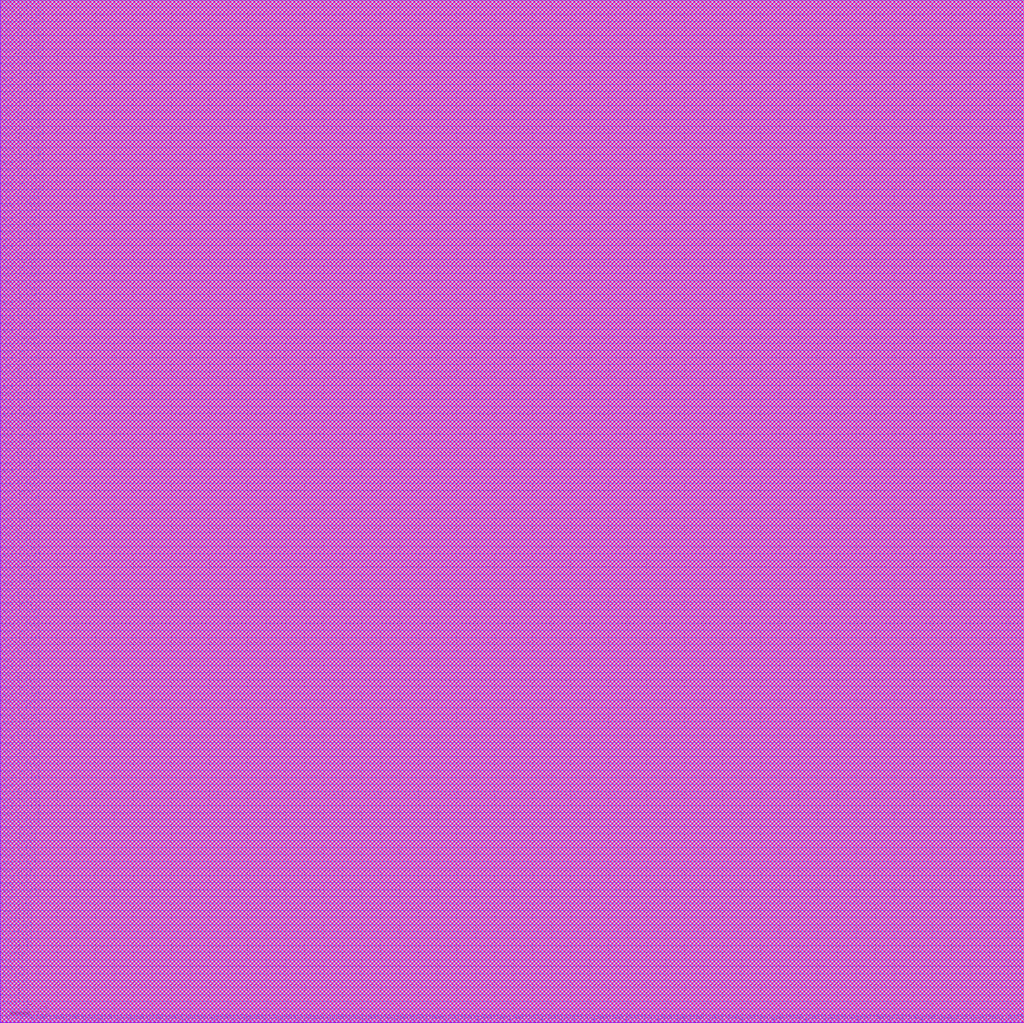
<source format=lef>
##
## LEF for PtnCells ;
## created by Innovus v19.17-s077_1 on Sun Mar  6 22:46:48 2022
##

VERSION 5.8 ;

BUSBITCHARS "[]" ;
DIVIDERCHAR "/" ;

MACRO fullchip
  CLASS BLOCK ;
  SIZE 538.390000 BY 538.200000 ;
  FOREIGN fullchip 0.000000 0.000000 ;
  ORIGIN 0 0 ;
  SYMMETRY X Y R90 ;
  PIN clk
    DIRECTION INPUT ;
    USE SIGNAL ;
    PORT
      LAYER M4 ;
        RECT 0.000000 0.150000 0.520000 0.250000 ;
    END
  END clk
  PIN mem_in[127]
    DIRECTION INPUT ;
    USE SIGNAL ;
    PORT
      LAYER M4 ;
        RECT 0.000000 534.150000 0.520000 534.250000 ;
    END
  END mem_in[127]
  PIN mem_in[126]
    DIRECTION INPUT ;
    USE SIGNAL ;
    PORT
      LAYER M4 ;
        RECT 0.000000 530.550000 0.520000 530.650000 ;
    END
  END mem_in[126]
  PIN mem_in[125]
    DIRECTION INPUT ;
    USE SIGNAL ;
    PORT
      LAYER M4 ;
        RECT 0.000000 526.750000 0.520000 526.850000 ;
    END
  END mem_in[125]
  PIN mem_in[124]
    DIRECTION INPUT ;
    USE SIGNAL ;
    PORT
      LAYER M4 ;
        RECT 0.000000 523.150000 0.520000 523.250000 ;
    END
  END mem_in[124]
  PIN mem_in[123]
    DIRECTION INPUT ;
    USE SIGNAL ;
    PORT
      LAYER M4 ;
        RECT 0.000000 519.350000 0.520000 519.450000 ;
    END
  END mem_in[123]
  PIN mem_in[122]
    DIRECTION INPUT ;
    USE SIGNAL ;
    PORT
      LAYER M4 ;
        RECT 0.000000 515.750000 0.520000 515.850000 ;
    END
  END mem_in[122]
  PIN mem_in[121]
    DIRECTION INPUT ;
    USE SIGNAL ;
    PORT
      LAYER M4 ;
        RECT 0.000000 512.150000 0.520000 512.250000 ;
    END
  END mem_in[121]
  PIN mem_in[120]
    DIRECTION INPUT ;
    USE SIGNAL ;
    PORT
      LAYER M4 ;
        RECT 0.000000 508.350000 0.520000 508.450000 ;
    END
  END mem_in[120]
  PIN mem_in[119]
    DIRECTION INPUT ;
    USE SIGNAL ;
    PORT
      LAYER M4 ;
        RECT 0.000000 504.750000 0.520000 504.850000 ;
    END
  END mem_in[119]
  PIN mem_in[118]
    DIRECTION INPUT ;
    USE SIGNAL ;
    PORT
      LAYER M4 ;
        RECT 0.000000 500.950000 0.520000 501.050000 ;
    END
  END mem_in[118]
  PIN mem_in[117]
    DIRECTION INPUT ;
    USE SIGNAL ;
    PORT
      LAYER M4 ;
        RECT 0.000000 497.350000 0.520000 497.450000 ;
    END
  END mem_in[117]
  PIN mem_in[116]
    DIRECTION INPUT ;
    USE SIGNAL ;
    PORT
      LAYER M4 ;
        RECT 0.000000 493.550000 0.520000 493.650000 ;
    END
  END mem_in[116]
  PIN mem_in[115]
    DIRECTION INPUT ;
    USE SIGNAL ;
    PORT
      LAYER M4 ;
        RECT 0.000000 489.950000 0.520000 490.050000 ;
    END
  END mem_in[115]
  PIN mem_in[114]
    DIRECTION INPUT ;
    USE SIGNAL ;
    PORT
      LAYER M4 ;
        RECT 0.000000 486.350000 0.520000 486.450000 ;
    END
  END mem_in[114]
  PIN mem_in[113]
    DIRECTION INPUT ;
    USE SIGNAL ;
    PORT
      LAYER M4 ;
        RECT 0.000000 482.550000 0.520000 482.650000 ;
    END
  END mem_in[113]
  PIN mem_in[112]
    DIRECTION INPUT ;
    USE SIGNAL ;
    PORT
      LAYER M4 ;
        RECT 0.000000 478.950000 0.520000 479.050000 ;
    END
  END mem_in[112]
  PIN mem_in[111]
    DIRECTION INPUT ;
    USE SIGNAL ;
    PORT
      LAYER M4 ;
        RECT 0.000000 475.150000 0.520000 475.250000 ;
    END
  END mem_in[111]
  PIN mem_in[110]
    DIRECTION INPUT ;
    USE SIGNAL ;
    PORT
      LAYER M4 ;
        RECT 0.000000 471.550000 0.520000 471.650000 ;
    END
  END mem_in[110]
  PIN mem_in[109]
    DIRECTION INPUT ;
    USE SIGNAL ;
    PORT
      LAYER M4 ;
        RECT 0.000000 467.950000 0.520000 468.050000 ;
    END
  END mem_in[109]
  PIN mem_in[108]
    DIRECTION INPUT ;
    USE SIGNAL ;
    PORT
      LAYER M4 ;
        RECT 0.000000 464.150000 0.520000 464.250000 ;
    END
  END mem_in[108]
  PIN mem_in[107]
    DIRECTION INPUT ;
    USE SIGNAL ;
    PORT
      LAYER M4 ;
        RECT 0.000000 460.550000 0.520000 460.650000 ;
    END
  END mem_in[107]
  PIN mem_in[106]
    DIRECTION INPUT ;
    USE SIGNAL ;
    PORT
      LAYER M4 ;
        RECT 0.000000 456.750000 0.520000 456.850000 ;
    END
  END mem_in[106]
  PIN mem_in[105]
    DIRECTION INPUT ;
    USE SIGNAL ;
    PORT
      LAYER M4 ;
        RECT 0.000000 453.150000 0.520000 453.250000 ;
    END
  END mem_in[105]
  PIN mem_in[104]
    DIRECTION INPUT ;
    USE SIGNAL ;
    PORT
      LAYER M4 ;
        RECT 0.000000 449.350000 0.520000 449.450000 ;
    END
  END mem_in[104]
  PIN mem_in[103]
    DIRECTION INPUT ;
    USE SIGNAL ;
    PORT
      LAYER M4 ;
        RECT 0.000000 445.750000 0.520000 445.850000 ;
    END
  END mem_in[103]
  PIN mem_in[102]
    DIRECTION INPUT ;
    USE SIGNAL ;
    PORT
      LAYER M4 ;
        RECT 0.000000 442.150000 0.520000 442.250000 ;
    END
  END mem_in[102]
  PIN mem_in[101]
    DIRECTION INPUT ;
    USE SIGNAL ;
    PORT
      LAYER M4 ;
        RECT 0.000000 438.350000 0.520000 438.450000 ;
    END
  END mem_in[101]
  PIN mem_in[100]
    DIRECTION INPUT ;
    USE SIGNAL ;
    PORT
      LAYER M4 ;
        RECT 0.000000 434.750000 0.520000 434.850000 ;
    END
  END mem_in[100]
  PIN mem_in[99]
    DIRECTION INPUT ;
    USE SIGNAL ;
    PORT
      LAYER M4 ;
        RECT 0.000000 430.950000 0.520000 431.050000 ;
    END
  END mem_in[99]
  PIN mem_in[98]
    DIRECTION INPUT ;
    USE SIGNAL ;
    PORT
      LAYER M4 ;
        RECT 0.000000 427.350000 0.520000 427.450000 ;
    END
  END mem_in[98]
  PIN mem_in[97]
    DIRECTION INPUT ;
    USE SIGNAL ;
    PORT
      LAYER M4 ;
        RECT 0.000000 423.750000 0.520000 423.850000 ;
    END
  END mem_in[97]
  PIN mem_in[96]
    DIRECTION INPUT ;
    USE SIGNAL ;
    PORT
      LAYER M4 ;
        RECT 0.000000 419.950000 0.520000 420.050000 ;
    END
  END mem_in[96]
  PIN mem_in[95]
    DIRECTION INPUT ;
    USE SIGNAL ;
    PORT
      LAYER M4 ;
        RECT 0.000000 416.350000 0.520000 416.450000 ;
    END
  END mem_in[95]
  PIN mem_in[94]
    DIRECTION INPUT ;
    USE SIGNAL ;
    PORT
      LAYER M4 ;
        RECT 0.000000 412.550000 0.520000 412.650000 ;
    END
  END mem_in[94]
  PIN mem_in[93]
    DIRECTION INPUT ;
    USE SIGNAL ;
    PORT
      LAYER M4 ;
        RECT 0.000000 408.950000 0.520000 409.050000 ;
    END
  END mem_in[93]
  PIN mem_in[92]
    DIRECTION INPUT ;
    USE SIGNAL ;
    PORT
      LAYER M4 ;
        RECT 0.000000 405.150000 0.520000 405.250000 ;
    END
  END mem_in[92]
  PIN mem_in[91]
    DIRECTION INPUT ;
    USE SIGNAL ;
    PORT
      LAYER M4 ;
        RECT 0.000000 401.550000 0.520000 401.650000 ;
    END
  END mem_in[91]
  PIN mem_in[90]
    DIRECTION INPUT ;
    USE SIGNAL ;
    PORT
      LAYER M4 ;
        RECT 0.000000 397.950000 0.520000 398.050000 ;
    END
  END mem_in[90]
  PIN mem_in[89]
    DIRECTION INPUT ;
    USE SIGNAL ;
    PORT
      LAYER M4 ;
        RECT 0.000000 394.150000 0.520000 394.250000 ;
    END
  END mem_in[89]
  PIN mem_in[88]
    DIRECTION INPUT ;
    USE SIGNAL ;
    PORT
      LAYER M4 ;
        RECT 0.000000 390.550000 0.520000 390.650000 ;
    END
  END mem_in[88]
  PIN mem_in[87]
    DIRECTION INPUT ;
    USE SIGNAL ;
    PORT
      LAYER M4 ;
        RECT 0.000000 386.750000 0.520000 386.850000 ;
    END
  END mem_in[87]
  PIN mem_in[86]
    DIRECTION INPUT ;
    USE SIGNAL ;
    PORT
      LAYER M4 ;
        RECT 0.000000 383.150000 0.520000 383.250000 ;
    END
  END mem_in[86]
  PIN mem_in[85]
    DIRECTION INPUT ;
    USE SIGNAL ;
    PORT
      LAYER M4 ;
        RECT 0.000000 379.550000 0.520000 379.650000 ;
    END
  END mem_in[85]
  PIN mem_in[84]
    DIRECTION INPUT ;
    USE SIGNAL ;
    PORT
      LAYER M4 ;
        RECT 0.000000 375.750000 0.520000 375.850000 ;
    END
  END mem_in[84]
  PIN mem_in[83]
    DIRECTION INPUT ;
    USE SIGNAL ;
    PORT
      LAYER M4 ;
        RECT 0.000000 372.150000 0.520000 372.250000 ;
    END
  END mem_in[83]
  PIN mem_in[82]
    DIRECTION INPUT ;
    USE SIGNAL ;
    PORT
      LAYER M4 ;
        RECT 0.000000 368.350000 0.520000 368.450000 ;
    END
  END mem_in[82]
  PIN mem_in[81]
    DIRECTION INPUT ;
    USE SIGNAL ;
    PORT
      LAYER M4 ;
        RECT 0.000000 364.750000 0.520000 364.850000 ;
    END
  END mem_in[81]
  PIN mem_in[80]
    DIRECTION INPUT ;
    USE SIGNAL ;
    PORT
      LAYER M4 ;
        RECT 0.000000 360.950000 0.520000 361.050000 ;
    END
  END mem_in[80]
  PIN mem_in[79]
    DIRECTION INPUT ;
    USE SIGNAL ;
    PORT
      LAYER M4 ;
        RECT 0.000000 357.350000 0.520000 357.450000 ;
    END
  END mem_in[79]
  PIN mem_in[78]
    DIRECTION INPUT ;
    USE SIGNAL ;
    PORT
      LAYER M4 ;
        RECT 0.000000 353.750000 0.520000 353.850000 ;
    END
  END mem_in[78]
  PIN mem_in[77]
    DIRECTION INPUT ;
    USE SIGNAL ;
    PORT
      LAYER M4 ;
        RECT 0.000000 349.950000 0.520000 350.050000 ;
    END
  END mem_in[77]
  PIN mem_in[76]
    DIRECTION INPUT ;
    USE SIGNAL ;
    PORT
      LAYER M4 ;
        RECT 0.000000 346.350000 0.520000 346.450000 ;
    END
  END mem_in[76]
  PIN mem_in[75]
    DIRECTION INPUT ;
    USE SIGNAL ;
    PORT
      LAYER M4 ;
        RECT 0.000000 342.550000 0.520000 342.650000 ;
    END
  END mem_in[75]
  PIN mem_in[74]
    DIRECTION INPUT ;
    USE SIGNAL ;
    PORT
      LAYER M4 ;
        RECT 0.000000 338.950000 0.520000 339.050000 ;
    END
  END mem_in[74]
  PIN mem_in[73]
    DIRECTION INPUT ;
    USE SIGNAL ;
    PORT
      LAYER M4 ;
        RECT 0.000000 335.350000 0.520000 335.450000 ;
    END
  END mem_in[73]
  PIN mem_in[72]
    DIRECTION INPUT ;
    USE SIGNAL ;
    PORT
      LAYER M4 ;
        RECT 0.000000 331.550000 0.520000 331.650000 ;
    END
  END mem_in[72]
  PIN mem_in[71]
    DIRECTION INPUT ;
    USE SIGNAL ;
    PORT
      LAYER M4 ;
        RECT 0.000000 327.950000 0.520000 328.050000 ;
    END
  END mem_in[71]
  PIN mem_in[70]
    DIRECTION INPUT ;
    USE SIGNAL ;
    PORT
      LAYER M4 ;
        RECT 0.000000 324.150000 0.520000 324.250000 ;
    END
  END mem_in[70]
  PIN mem_in[69]
    DIRECTION INPUT ;
    USE SIGNAL ;
    PORT
      LAYER M4 ;
        RECT 0.000000 320.550000 0.520000 320.650000 ;
    END
  END mem_in[69]
  PIN mem_in[68]
    DIRECTION INPUT ;
    USE SIGNAL ;
    PORT
      LAYER M4 ;
        RECT 0.000000 316.750000 0.520000 316.850000 ;
    END
  END mem_in[68]
  PIN mem_in[67]
    DIRECTION INPUT ;
    USE SIGNAL ;
    PORT
      LAYER M4 ;
        RECT 0.000000 313.150000 0.520000 313.250000 ;
    END
  END mem_in[67]
  PIN mem_in[66]
    DIRECTION INPUT ;
    USE SIGNAL ;
    PORT
      LAYER M4 ;
        RECT 0.000000 309.550000 0.520000 309.650000 ;
    END
  END mem_in[66]
  PIN mem_in[65]
    DIRECTION INPUT ;
    USE SIGNAL ;
    PORT
      LAYER M4 ;
        RECT 0.000000 305.750000 0.520000 305.850000 ;
    END
  END mem_in[65]
  PIN mem_in[64]
    DIRECTION INPUT ;
    USE SIGNAL ;
    PORT
      LAYER M4 ;
        RECT 0.000000 302.150000 0.520000 302.250000 ;
    END
  END mem_in[64]
  PIN mem_in[63]
    DIRECTION INPUT ;
    USE SIGNAL ;
    PORT
      LAYER M4 ;
        RECT 0.000000 298.350000 0.520000 298.450000 ;
    END
  END mem_in[63]
  PIN mem_in[62]
    DIRECTION INPUT ;
    USE SIGNAL ;
    PORT
      LAYER M4 ;
        RECT 0.000000 294.750000 0.520000 294.850000 ;
    END
  END mem_in[62]
  PIN mem_in[61]
    DIRECTION INPUT ;
    USE SIGNAL ;
    PORT
      LAYER M4 ;
        RECT 0.000000 291.150000 0.520000 291.250000 ;
    END
  END mem_in[61]
  PIN mem_in[60]
    DIRECTION INPUT ;
    USE SIGNAL ;
    PORT
      LAYER M4 ;
        RECT 0.000000 287.350000 0.520000 287.450000 ;
    END
  END mem_in[60]
  PIN mem_in[59]
    DIRECTION INPUT ;
    USE SIGNAL ;
    PORT
      LAYER M4 ;
        RECT 0.000000 283.750000 0.520000 283.850000 ;
    END
  END mem_in[59]
  PIN mem_in[58]
    DIRECTION INPUT ;
    USE SIGNAL ;
    PORT
      LAYER M4 ;
        RECT 0.000000 279.950000 0.520000 280.050000 ;
    END
  END mem_in[58]
  PIN mem_in[57]
    DIRECTION INPUT ;
    USE SIGNAL ;
    PORT
      LAYER M4 ;
        RECT 0.000000 276.350000 0.520000 276.450000 ;
    END
  END mem_in[57]
  PIN mem_in[56]
    DIRECTION INPUT ;
    USE SIGNAL ;
    PORT
      LAYER M4 ;
        RECT 0.000000 272.550000 0.520000 272.650000 ;
    END
  END mem_in[56]
  PIN mem_in[55]
    DIRECTION INPUT ;
    USE SIGNAL ;
    PORT
      LAYER M4 ;
        RECT 0.000000 268.950000 0.520000 269.050000 ;
    END
  END mem_in[55]
  PIN mem_in[54]
    DIRECTION INPUT ;
    USE SIGNAL ;
    PORT
      LAYER M4 ;
        RECT 0.000000 265.350000 0.520000 265.450000 ;
    END
  END mem_in[54]
  PIN mem_in[53]
    DIRECTION INPUT ;
    USE SIGNAL ;
    PORT
      LAYER M4 ;
        RECT 0.000000 261.550000 0.520000 261.650000 ;
    END
  END mem_in[53]
  PIN mem_in[52]
    DIRECTION INPUT ;
    USE SIGNAL ;
    PORT
      LAYER M4 ;
        RECT 0.000000 257.950000 0.520000 258.050000 ;
    END
  END mem_in[52]
  PIN mem_in[51]
    DIRECTION INPUT ;
    USE SIGNAL ;
    PORT
      LAYER M4 ;
        RECT 0.000000 254.150000 0.520000 254.250000 ;
    END
  END mem_in[51]
  PIN mem_in[50]
    DIRECTION INPUT ;
    USE SIGNAL ;
    PORT
      LAYER M4 ;
        RECT 0.000000 250.550000 0.520000 250.650000 ;
    END
  END mem_in[50]
  PIN mem_in[49]
    DIRECTION INPUT ;
    USE SIGNAL ;
    PORT
      LAYER M4 ;
        RECT 0.000000 246.750000 0.520000 246.850000 ;
    END
  END mem_in[49]
  PIN mem_in[48]
    DIRECTION INPUT ;
    USE SIGNAL ;
    PORT
      LAYER M4 ;
        RECT 0.000000 243.150000 0.520000 243.250000 ;
    END
  END mem_in[48]
  PIN mem_in[47]
    DIRECTION INPUT ;
    USE SIGNAL ;
    PORT
      LAYER M4 ;
        RECT 0.000000 239.550000 0.520000 239.650000 ;
    END
  END mem_in[47]
  PIN mem_in[46]
    DIRECTION INPUT ;
    USE SIGNAL ;
    PORT
      LAYER M4 ;
        RECT 0.000000 235.750000 0.520000 235.850000 ;
    END
  END mem_in[46]
  PIN mem_in[45]
    DIRECTION INPUT ;
    USE SIGNAL ;
    PORT
      LAYER M4 ;
        RECT 0.000000 232.150000 0.520000 232.250000 ;
    END
  END mem_in[45]
  PIN mem_in[44]
    DIRECTION INPUT ;
    USE SIGNAL ;
    PORT
      LAYER M4 ;
        RECT 0.000000 228.350000 0.520000 228.450000 ;
    END
  END mem_in[44]
  PIN mem_in[43]
    DIRECTION INPUT ;
    USE SIGNAL ;
    PORT
      LAYER M4 ;
        RECT 0.000000 224.750000 0.520000 224.850000 ;
    END
  END mem_in[43]
  PIN mem_in[42]
    DIRECTION INPUT ;
    USE SIGNAL ;
    PORT
      LAYER M4 ;
        RECT 0.000000 221.150000 0.520000 221.250000 ;
    END
  END mem_in[42]
  PIN mem_in[41]
    DIRECTION INPUT ;
    USE SIGNAL ;
    PORT
      LAYER M4 ;
        RECT 0.000000 217.350000 0.520000 217.450000 ;
    END
  END mem_in[41]
  PIN mem_in[40]
    DIRECTION INPUT ;
    USE SIGNAL ;
    PORT
      LAYER M4 ;
        RECT 0.000000 213.750000 0.520000 213.850000 ;
    END
  END mem_in[40]
  PIN mem_in[39]
    DIRECTION INPUT ;
    USE SIGNAL ;
    PORT
      LAYER M4 ;
        RECT 0.000000 209.950000 0.520000 210.050000 ;
    END
  END mem_in[39]
  PIN mem_in[38]
    DIRECTION INPUT ;
    USE SIGNAL ;
    PORT
      LAYER M4 ;
        RECT 0.000000 206.350000 0.520000 206.450000 ;
    END
  END mem_in[38]
  PIN mem_in[37]
    DIRECTION INPUT ;
    USE SIGNAL ;
    PORT
      LAYER M4 ;
        RECT 0.000000 202.550000 0.520000 202.650000 ;
    END
  END mem_in[37]
  PIN mem_in[36]
    DIRECTION INPUT ;
    USE SIGNAL ;
    PORT
      LAYER M4 ;
        RECT 0.000000 198.950000 0.520000 199.050000 ;
    END
  END mem_in[36]
  PIN mem_in[35]
    DIRECTION INPUT ;
    USE SIGNAL ;
    PORT
      LAYER M4 ;
        RECT 0.000000 195.350000 0.520000 195.450000 ;
    END
  END mem_in[35]
  PIN mem_in[34]
    DIRECTION INPUT ;
    USE SIGNAL ;
    PORT
      LAYER M4 ;
        RECT 0.000000 191.550000 0.520000 191.650000 ;
    END
  END mem_in[34]
  PIN mem_in[33]
    DIRECTION INPUT ;
    USE SIGNAL ;
    PORT
      LAYER M4 ;
        RECT 0.000000 187.950000 0.520000 188.050000 ;
    END
  END mem_in[33]
  PIN mem_in[32]
    DIRECTION INPUT ;
    USE SIGNAL ;
    PORT
      LAYER M4 ;
        RECT 0.000000 184.150000 0.520000 184.250000 ;
    END
  END mem_in[32]
  PIN mem_in[31]
    DIRECTION INPUT ;
    USE SIGNAL ;
    PORT
      LAYER M4 ;
        RECT 0.000000 180.550000 0.520000 180.650000 ;
    END
  END mem_in[31]
  PIN mem_in[30]
    DIRECTION INPUT ;
    USE SIGNAL ;
    PORT
      LAYER M4 ;
        RECT 0.000000 176.950000 0.520000 177.050000 ;
    END
  END mem_in[30]
  PIN mem_in[29]
    DIRECTION INPUT ;
    USE SIGNAL ;
    PORT
      LAYER M4 ;
        RECT 0.000000 173.150000 0.520000 173.250000 ;
    END
  END mem_in[29]
  PIN mem_in[28]
    DIRECTION INPUT ;
    USE SIGNAL ;
    PORT
      LAYER M4 ;
        RECT 0.000000 169.550000 0.520000 169.650000 ;
    END
  END mem_in[28]
  PIN mem_in[27]
    DIRECTION INPUT ;
    USE SIGNAL ;
    PORT
      LAYER M4 ;
        RECT 0.000000 165.750000 0.520000 165.850000 ;
    END
  END mem_in[27]
  PIN mem_in[26]
    DIRECTION INPUT ;
    USE SIGNAL ;
    PORT
      LAYER M4 ;
        RECT 0.000000 162.150000 0.520000 162.250000 ;
    END
  END mem_in[26]
  PIN mem_in[25]
    DIRECTION INPUT ;
    USE SIGNAL ;
    PORT
      LAYER M4 ;
        RECT 0.000000 158.350000 0.520000 158.450000 ;
    END
  END mem_in[25]
  PIN mem_in[24]
    DIRECTION INPUT ;
    USE SIGNAL ;
    PORT
      LAYER M4 ;
        RECT 0.000000 154.750000 0.520000 154.850000 ;
    END
  END mem_in[24]
  PIN mem_in[23]
    DIRECTION INPUT ;
    USE SIGNAL ;
    PORT
      LAYER M4 ;
        RECT 0.000000 151.150000 0.520000 151.250000 ;
    END
  END mem_in[23]
  PIN mem_in[22]
    DIRECTION INPUT ;
    USE SIGNAL ;
    PORT
      LAYER M4 ;
        RECT 0.000000 147.350000 0.520000 147.450000 ;
    END
  END mem_in[22]
  PIN mem_in[21]
    DIRECTION INPUT ;
    USE SIGNAL ;
    PORT
      LAYER M4 ;
        RECT 0.000000 143.750000 0.520000 143.850000 ;
    END
  END mem_in[21]
  PIN mem_in[20]
    DIRECTION INPUT ;
    USE SIGNAL ;
    PORT
      LAYER M4 ;
        RECT 0.000000 139.950000 0.520000 140.050000 ;
    END
  END mem_in[20]
  PIN mem_in[19]
    DIRECTION INPUT ;
    USE SIGNAL ;
    PORT
      LAYER M4 ;
        RECT 0.000000 136.350000 0.520000 136.450000 ;
    END
  END mem_in[19]
  PIN mem_in[18]
    DIRECTION INPUT ;
    USE SIGNAL ;
    PORT
      LAYER M4 ;
        RECT 0.000000 132.750000 0.520000 132.850000 ;
    END
  END mem_in[18]
  PIN mem_in[17]
    DIRECTION INPUT ;
    USE SIGNAL ;
    PORT
      LAYER M4 ;
        RECT 0.000000 128.950000 0.520000 129.050000 ;
    END
  END mem_in[17]
  PIN mem_in[16]
    DIRECTION INPUT ;
    USE SIGNAL ;
    PORT
      LAYER M4 ;
        RECT 0.000000 125.350000 0.520000 125.450000 ;
    END
  END mem_in[16]
  PIN mem_in[15]
    DIRECTION INPUT ;
    USE SIGNAL ;
    PORT
      LAYER M4 ;
        RECT 0.000000 121.550000 0.520000 121.650000 ;
    END
  END mem_in[15]
  PIN mem_in[14]
    DIRECTION INPUT ;
    USE SIGNAL ;
    PORT
      LAYER M4 ;
        RECT 0.000000 117.950000 0.520000 118.050000 ;
    END
  END mem_in[14]
  PIN mem_in[13]
    DIRECTION INPUT ;
    USE SIGNAL ;
    PORT
      LAYER M4 ;
        RECT 0.000000 114.150000 0.520000 114.250000 ;
    END
  END mem_in[13]
  PIN mem_in[12]
    DIRECTION INPUT ;
    USE SIGNAL ;
    PORT
      LAYER M4 ;
        RECT 0.000000 110.550000 0.520000 110.650000 ;
    END
  END mem_in[12]
  PIN mem_in[11]
    DIRECTION INPUT ;
    USE SIGNAL ;
    PORT
      LAYER M4 ;
        RECT 0.000000 106.950000 0.520000 107.050000 ;
    END
  END mem_in[11]
  PIN mem_in[10]
    DIRECTION INPUT ;
    USE SIGNAL ;
    PORT
      LAYER M4 ;
        RECT 0.000000 103.150000 0.520000 103.250000 ;
    END
  END mem_in[10]
  PIN mem_in[9]
    DIRECTION INPUT ;
    USE SIGNAL ;
    PORT
      LAYER M4 ;
        RECT 0.000000 99.550000 0.520000 99.650000 ;
    END
  END mem_in[9]
  PIN mem_in[8]
    DIRECTION INPUT ;
    USE SIGNAL ;
    PORT
      LAYER M4 ;
        RECT 0.000000 95.750000 0.520000 95.850000 ;
    END
  END mem_in[8]
  PIN mem_in[7]
    DIRECTION INPUT ;
    USE SIGNAL ;
    PORT
      LAYER M4 ;
        RECT 0.000000 92.150000 0.520000 92.250000 ;
    END
  END mem_in[7]
  PIN mem_in[6]
    DIRECTION INPUT ;
    USE SIGNAL ;
    PORT
      LAYER M4 ;
        RECT 0.000000 88.550000 0.520000 88.650000 ;
    END
  END mem_in[6]
  PIN mem_in[5]
    DIRECTION INPUT ;
    USE SIGNAL ;
    PORT
      LAYER M4 ;
        RECT 0.000000 84.750000 0.520000 84.850000 ;
    END
  END mem_in[5]
  PIN mem_in[4]
    DIRECTION INPUT ;
    USE SIGNAL ;
    PORT
      LAYER M4 ;
        RECT 0.000000 81.150000 0.520000 81.250000 ;
    END
  END mem_in[4]
  PIN mem_in[3]
    DIRECTION INPUT ;
    USE SIGNAL ;
    PORT
      LAYER M4 ;
        RECT 0.000000 77.350000 0.520000 77.450000 ;
    END
  END mem_in[3]
  PIN mem_in[2]
    DIRECTION INPUT ;
    USE SIGNAL ;
    PORT
      LAYER M4 ;
        RECT 0.000000 73.750000 0.520000 73.850000 ;
    END
  END mem_in[2]
  PIN mem_in[1]
    DIRECTION INPUT ;
    USE SIGNAL ;
    PORT
      LAYER M4 ;
        RECT 0.000000 69.950000 0.520000 70.050000 ;
    END
  END mem_in[1]
  PIN mem_in[0]
    DIRECTION INPUT ;
    USE SIGNAL ;
    PORT
      LAYER M4 ;
        RECT 0.000000 66.350000 0.520000 66.450000 ;
    END
  END mem_in[0]
  PIN out[159]
    DIRECTION OUTPUT ;
    USE SIGNAL ;
    PORT
      LAYER M4 ;
        RECT 0.650000 0.000000 0.750000 0.520000 ;
    END
  END out[159]
  PIN out[158]
    DIRECTION OUTPUT ;
    USE SIGNAL ;
    PORT
      LAYER M4 ;
        RECT 3.450000 0.000000 3.550000 0.520000 ;
    END
  END out[158]
  PIN out[157]
    DIRECTION OUTPUT ;
    USE SIGNAL ;
    PORT
      LAYER M4 ;
        RECT 6.850000 0.000000 6.950000 0.520000 ;
    END
  END out[157]
  PIN out[156]
    DIRECTION OUTPUT ;
    USE SIGNAL ;
    PORT
      LAYER M4 ;
        RECT 10.250000 0.000000 10.350000 0.520000 ;
    END
  END out[156]
  PIN out[155]
    DIRECTION OUTPUT ;
    USE SIGNAL ;
    PORT
      LAYER M4 ;
        RECT 13.650000 0.000000 13.750000 0.520000 ;
    END
  END out[155]
  PIN out[154]
    DIRECTION OUTPUT ;
    USE SIGNAL ;
    PORT
      LAYER M4 ;
        RECT 17.050000 0.000000 17.150000 0.520000 ;
    END
  END out[154]
  PIN out[153]
    DIRECTION OUTPUT ;
    USE SIGNAL ;
    PORT
      LAYER M4 ;
        RECT 20.450000 0.000000 20.550000 0.520000 ;
    END
  END out[153]
  PIN out[152]
    DIRECTION OUTPUT ;
    USE SIGNAL ;
    PORT
      LAYER M4 ;
        RECT 23.850000 0.000000 23.950000 0.520000 ;
    END
  END out[152]
  PIN out[151]
    DIRECTION OUTPUT ;
    USE SIGNAL ;
    PORT
      LAYER M4 ;
        RECT 27.250000 0.000000 27.350000 0.520000 ;
    END
  END out[151]
  PIN out[150]
    DIRECTION OUTPUT ;
    USE SIGNAL ;
    PORT
      LAYER M4 ;
        RECT 30.650000 0.000000 30.750000 0.520000 ;
    END
  END out[150]
  PIN out[149]
    DIRECTION OUTPUT ;
    USE SIGNAL ;
    PORT
      LAYER M4 ;
        RECT 34.050000 0.000000 34.150000 0.520000 ;
    END
  END out[149]
  PIN out[148]
    DIRECTION OUTPUT ;
    USE SIGNAL ;
    PORT
      LAYER M4 ;
        RECT 37.450000 0.000000 37.550000 0.520000 ;
    END
  END out[148]
  PIN out[147]
    DIRECTION OUTPUT ;
    USE SIGNAL ;
    PORT
      LAYER M4 ;
        RECT 40.850000 0.000000 40.950000 0.520000 ;
    END
  END out[147]
  PIN out[146]
    DIRECTION OUTPUT ;
    USE SIGNAL ;
    PORT
      LAYER M4 ;
        RECT 44.250000 0.000000 44.350000 0.520000 ;
    END
  END out[146]
  PIN out[145]
    DIRECTION OUTPUT ;
    USE SIGNAL ;
    PORT
      LAYER M4 ;
        RECT 47.450000 0.000000 47.550000 0.520000 ;
    END
  END out[145]
  PIN out[144]
    DIRECTION OUTPUT ;
    USE SIGNAL ;
    PORT
      LAYER M4 ;
        RECT 50.850000 0.000000 50.950000 0.520000 ;
    END
  END out[144]
  PIN out[143]
    DIRECTION OUTPUT ;
    USE SIGNAL ;
    PORT
      LAYER M4 ;
        RECT 54.250000 0.000000 54.350000 0.520000 ;
    END
  END out[143]
  PIN out[142]
    DIRECTION OUTPUT ;
    USE SIGNAL ;
    PORT
      LAYER M4 ;
        RECT 57.650000 0.000000 57.750000 0.520000 ;
    END
  END out[142]
  PIN out[141]
    DIRECTION OUTPUT ;
    USE SIGNAL ;
    PORT
      LAYER M4 ;
        RECT 61.050000 0.000000 61.150000 0.520000 ;
    END
  END out[141]
  PIN out[140]
    DIRECTION OUTPUT ;
    USE SIGNAL ;
    PORT
      LAYER M4 ;
        RECT 64.450000 0.000000 64.550000 0.520000 ;
    END
  END out[140]
  PIN out[139]
    DIRECTION OUTPUT ;
    USE SIGNAL ;
    PORT
      LAYER M4 ;
        RECT 67.850000 0.000000 67.950000 0.520000 ;
    END
  END out[139]
  PIN out[138]
    DIRECTION OUTPUT ;
    USE SIGNAL ;
    PORT
      LAYER M4 ;
        RECT 71.250000 0.000000 71.350000 0.520000 ;
    END
  END out[138]
  PIN out[137]
    DIRECTION OUTPUT ;
    USE SIGNAL ;
    PORT
      LAYER M4 ;
        RECT 74.650000 0.000000 74.750000 0.520000 ;
    END
  END out[137]
  PIN out[136]
    DIRECTION OUTPUT ;
    USE SIGNAL ;
    PORT
      LAYER M4 ;
        RECT 78.050000 0.000000 78.150000 0.520000 ;
    END
  END out[136]
  PIN out[135]
    DIRECTION OUTPUT ;
    USE SIGNAL ;
    PORT
      LAYER M4 ;
        RECT 81.450000 0.000000 81.550000 0.520000 ;
    END
  END out[135]
  PIN out[134]
    DIRECTION OUTPUT ;
    USE SIGNAL ;
    PORT
      LAYER M4 ;
        RECT 84.850000 0.000000 84.950000 0.520000 ;
    END
  END out[134]
  PIN out[133]
    DIRECTION OUTPUT ;
    USE SIGNAL ;
    PORT
      LAYER M4 ;
        RECT 88.250000 0.000000 88.350000 0.520000 ;
    END
  END out[133]
  PIN out[132]
    DIRECTION OUTPUT ;
    USE SIGNAL ;
    PORT
      LAYER M4 ;
        RECT 91.450000 0.000000 91.550000 0.520000 ;
    END
  END out[132]
  PIN out[131]
    DIRECTION OUTPUT ;
    USE SIGNAL ;
    PORT
      LAYER M4 ;
        RECT 94.850000 0.000000 94.950000 0.520000 ;
    END
  END out[131]
  PIN out[130]
    DIRECTION OUTPUT ;
    USE SIGNAL ;
    PORT
      LAYER M4 ;
        RECT 98.250000 0.000000 98.350000 0.520000 ;
    END
  END out[130]
  PIN out[129]
    DIRECTION OUTPUT ;
    USE SIGNAL ;
    PORT
      LAYER M4 ;
        RECT 101.650000 0.000000 101.750000 0.520000 ;
    END
  END out[129]
  PIN out[128]
    DIRECTION OUTPUT ;
    USE SIGNAL ;
    PORT
      LAYER M4 ;
        RECT 105.050000 0.000000 105.150000 0.520000 ;
    END
  END out[128]
  PIN out[127]
    DIRECTION OUTPUT ;
    USE SIGNAL ;
    PORT
      LAYER M4 ;
        RECT 108.450000 0.000000 108.550000 0.520000 ;
    END
  END out[127]
  PIN out[126]
    DIRECTION OUTPUT ;
    USE SIGNAL ;
    PORT
      LAYER M4 ;
        RECT 111.850000 0.000000 111.950000 0.520000 ;
    END
  END out[126]
  PIN out[125]
    DIRECTION OUTPUT ;
    USE SIGNAL ;
    PORT
      LAYER M4 ;
        RECT 115.250000 0.000000 115.350000 0.520000 ;
    END
  END out[125]
  PIN out[124]
    DIRECTION OUTPUT ;
    USE SIGNAL ;
    PORT
      LAYER M4 ;
        RECT 118.650000 0.000000 118.750000 0.520000 ;
    END
  END out[124]
  PIN out[123]
    DIRECTION OUTPUT ;
    USE SIGNAL ;
    PORT
      LAYER M4 ;
        RECT 122.050000 0.000000 122.150000 0.520000 ;
    END
  END out[123]
  PIN out[122]
    DIRECTION OUTPUT ;
    USE SIGNAL ;
    PORT
      LAYER M4 ;
        RECT 125.450000 0.000000 125.550000 0.520000 ;
    END
  END out[122]
  PIN out[121]
    DIRECTION OUTPUT ;
    USE SIGNAL ;
    PORT
      LAYER M4 ;
        RECT 128.850000 0.000000 128.950000 0.520000 ;
    END
  END out[121]
  PIN out[120]
    DIRECTION OUTPUT ;
    USE SIGNAL ;
    PORT
      LAYER M4 ;
        RECT 132.250000 0.000000 132.350000 0.520000 ;
    END
  END out[120]
  PIN out[119]
    DIRECTION OUTPUT ;
    USE SIGNAL ;
    PORT
      LAYER M4 ;
        RECT 135.450000 0.000000 135.550000 0.520000 ;
    END
  END out[119]
  PIN out[118]
    DIRECTION OUTPUT ;
    USE SIGNAL ;
    PORT
      LAYER M4 ;
        RECT 138.850000 0.000000 138.950000 0.520000 ;
    END
  END out[118]
  PIN out[117]
    DIRECTION OUTPUT ;
    USE SIGNAL ;
    PORT
      LAYER M4 ;
        RECT 142.250000 0.000000 142.350000 0.520000 ;
    END
  END out[117]
  PIN out[116]
    DIRECTION OUTPUT ;
    USE SIGNAL ;
    PORT
      LAYER M4 ;
        RECT 145.650000 0.000000 145.750000 0.520000 ;
    END
  END out[116]
  PIN out[115]
    DIRECTION OUTPUT ;
    USE SIGNAL ;
    PORT
      LAYER M4 ;
        RECT 149.050000 0.000000 149.150000 0.520000 ;
    END
  END out[115]
  PIN out[114]
    DIRECTION OUTPUT ;
    USE SIGNAL ;
    PORT
      LAYER M4 ;
        RECT 152.450000 0.000000 152.550000 0.520000 ;
    END
  END out[114]
  PIN out[113]
    DIRECTION OUTPUT ;
    USE SIGNAL ;
    PORT
      LAYER M4 ;
        RECT 155.850000 0.000000 155.950000 0.520000 ;
    END
  END out[113]
  PIN out[112]
    DIRECTION OUTPUT ;
    USE SIGNAL ;
    PORT
      LAYER M4 ;
        RECT 159.250000 0.000000 159.350000 0.520000 ;
    END
  END out[112]
  PIN out[111]
    DIRECTION OUTPUT ;
    USE SIGNAL ;
    PORT
      LAYER M4 ;
        RECT 162.650000 0.000000 162.750000 0.520000 ;
    END
  END out[111]
  PIN out[110]
    DIRECTION OUTPUT ;
    USE SIGNAL ;
    PORT
      LAYER M4 ;
        RECT 166.050000 0.000000 166.150000 0.520000 ;
    END
  END out[110]
  PIN out[109]
    DIRECTION OUTPUT ;
    USE SIGNAL ;
    PORT
      LAYER M4 ;
        RECT 169.450000 0.000000 169.550000 0.520000 ;
    END
  END out[109]
  PIN out[108]
    DIRECTION OUTPUT ;
    USE SIGNAL ;
    PORT
      LAYER M4 ;
        RECT 172.850000 0.000000 172.950000 0.520000 ;
    END
  END out[108]
  PIN out[107]
    DIRECTION OUTPUT ;
    USE SIGNAL ;
    PORT
      LAYER M4 ;
        RECT 176.250000 0.000000 176.350000 0.520000 ;
    END
  END out[107]
  PIN out[106]
    DIRECTION OUTPUT ;
    USE SIGNAL ;
    PORT
      LAYER M4 ;
        RECT 179.650000 0.000000 179.750000 0.520000 ;
    END
  END out[106]
  PIN out[105]
    DIRECTION OUTPUT ;
    USE SIGNAL ;
    PORT
      LAYER M4 ;
        RECT 182.850000 0.000000 182.950000 0.520000 ;
    END
  END out[105]
  PIN out[104]
    DIRECTION OUTPUT ;
    USE SIGNAL ;
    PORT
      LAYER M4 ;
        RECT 186.250000 0.000000 186.350000 0.520000 ;
    END
  END out[104]
  PIN out[103]
    DIRECTION OUTPUT ;
    USE SIGNAL ;
    PORT
      LAYER M4 ;
        RECT 189.650000 0.000000 189.750000 0.520000 ;
    END
  END out[103]
  PIN out[102]
    DIRECTION OUTPUT ;
    USE SIGNAL ;
    PORT
      LAYER M4 ;
        RECT 193.050000 0.000000 193.150000 0.520000 ;
    END
  END out[102]
  PIN out[101]
    DIRECTION OUTPUT ;
    USE SIGNAL ;
    PORT
      LAYER M4 ;
        RECT 196.450000 0.000000 196.550000 0.520000 ;
    END
  END out[101]
  PIN out[100]
    DIRECTION OUTPUT ;
    USE SIGNAL ;
    PORT
      LAYER M4 ;
        RECT 199.850000 0.000000 199.950000 0.520000 ;
    END
  END out[100]
  PIN out[99]
    DIRECTION OUTPUT ;
    USE SIGNAL ;
    PORT
      LAYER M4 ;
        RECT 203.250000 0.000000 203.350000 0.520000 ;
    END
  END out[99]
  PIN out[98]
    DIRECTION OUTPUT ;
    USE SIGNAL ;
    PORT
      LAYER M4 ;
        RECT 206.650000 0.000000 206.750000 0.520000 ;
    END
  END out[98]
  PIN out[97]
    DIRECTION OUTPUT ;
    USE SIGNAL ;
    PORT
      LAYER M4 ;
        RECT 210.050000 0.000000 210.150000 0.520000 ;
    END
  END out[97]
  PIN out[96]
    DIRECTION OUTPUT ;
    USE SIGNAL ;
    PORT
      LAYER M4 ;
        RECT 213.450000 0.000000 213.550000 0.520000 ;
    END
  END out[96]
  PIN out[95]
    DIRECTION OUTPUT ;
    USE SIGNAL ;
    PORT
      LAYER M4 ;
        RECT 216.850000 0.000000 216.950000 0.520000 ;
    END
  END out[95]
  PIN out[94]
    DIRECTION OUTPUT ;
    USE SIGNAL ;
    PORT
      LAYER M4 ;
        RECT 220.250000 0.000000 220.350000 0.520000 ;
    END
  END out[94]
  PIN out[93]
    DIRECTION OUTPUT ;
    USE SIGNAL ;
    PORT
      LAYER M4 ;
        RECT 223.650000 0.000000 223.750000 0.520000 ;
    END
  END out[93]
  PIN out[92]
    DIRECTION OUTPUT ;
    USE SIGNAL ;
    PORT
      LAYER M4 ;
        RECT 226.850000 0.000000 226.950000 0.520000 ;
    END
  END out[92]
  PIN out[91]
    DIRECTION OUTPUT ;
    USE SIGNAL ;
    PORT
      LAYER M4 ;
        RECT 230.250000 0.000000 230.350000 0.520000 ;
    END
  END out[91]
  PIN out[90]
    DIRECTION OUTPUT ;
    USE SIGNAL ;
    PORT
      LAYER M4 ;
        RECT 233.650000 0.000000 233.750000 0.520000 ;
    END
  END out[90]
  PIN out[89]
    DIRECTION OUTPUT ;
    USE SIGNAL ;
    PORT
      LAYER M4 ;
        RECT 237.050000 0.000000 237.150000 0.520000 ;
    END
  END out[89]
  PIN out[88]
    DIRECTION OUTPUT ;
    USE SIGNAL ;
    PORT
      LAYER M4 ;
        RECT 240.450000 0.000000 240.550000 0.520000 ;
    END
  END out[88]
  PIN out[87]
    DIRECTION OUTPUT ;
    USE SIGNAL ;
    PORT
      LAYER M4 ;
        RECT 243.850000 0.000000 243.950000 0.520000 ;
    END
  END out[87]
  PIN out[86]
    DIRECTION OUTPUT ;
    USE SIGNAL ;
    PORT
      LAYER M4 ;
        RECT 247.250000 0.000000 247.350000 0.520000 ;
    END
  END out[86]
  PIN out[85]
    DIRECTION OUTPUT ;
    USE SIGNAL ;
    PORT
      LAYER M4 ;
        RECT 250.650000 0.000000 250.750000 0.520000 ;
    END
  END out[85]
  PIN out[84]
    DIRECTION OUTPUT ;
    USE SIGNAL ;
    PORT
      LAYER M4 ;
        RECT 254.050000 0.000000 254.150000 0.520000 ;
    END
  END out[84]
  PIN out[83]
    DIRECTION OUTPUT ;
    USE SIGNAL ;
    PORT
      LAYER M4 ;
        RECT 257.450000 0.000000 257.550000 0.520000 ;
    END
  END out[83]
  PIN out[82]
    DIRECTION OUTPUT ;
    USE SIGNAL ;
    PORT
      LAYER M4 ;
        RECT 260.850000 0.000000 260.950000 0.520000 ;
    END
  END out[82]
  PIN out[81]
    DIRECTION OUTPUT ;
    USE SIGNAL ;
    PORT
      LAYER M4 ;
        RECT 264.250000 0.000000 264.350000 0.520000 ;
    END
  END out[81]
  PIN out[80]
    DIRECTION OUTPUT ;
    USE SIGNAL ;
    PORT
      LAYER M4 ;
        RECT 267.650000 0.000000 267.750000 0.520000 ;
    END
  END out[80]
  PIN out[79]
    DIRECTION OUTPUT ;
    USE SIGNAL ;
    PORT
      LAYER M4 ;
        RECT 270.850000 0.000000 270.950000 0.520000 ;
    END
  END out[79]
  PIN out[78]
    DIRECTION OUTPUT ;
    USE SIGNAL ;
    PORT
      LAYER M4 ;
        RECT 274.250000 0.000000 274.350000 0.520000 ;
    END
  END out[78]
  PIN out[77]
    DIRECTION OUTPUT ;
    USE SIGNAL ;
    PORT
      LAYER M4 ;
        RECT 277.650000 0.000000 277.750000 0.520000 ;
    END
  END out[77]
  PIN out[76]
    DIRECTION OUTPUT ;
    USE SIGNAL ;
    PORT
      LAYER M4 ;
        RECT 281.050000 0.000000 281.150000 0.520000 ;
    END
  END out[76]
  PIN out[75]
    DIRECTION OUTPUT ;
    USE SIGNAL ;
    PORT
      LAYER M4 ;
        RECT 284.450000 0.000000 284.550000 0.520000 ;
    END
  END out[75]
  PIN out[74]
    DIRECTION OUTPUT ;
    USE SIGNAL ;
    PORT
      LAYER M4 ;
        RECT 287.850000 0.000000 287.950000 0.520000 ;
    END
  END out[74]
  PIN out[73]
    DIRECTION OUTPUT ;
    USE SIGNAL ;
    PORT
      LAYER M4 ;
        RECT 291.250000 0.000000 291.350000 0.520000 ;
    END
  END out[73]
  PIN out[72]
    DIRECTION OUTPUT ;
    USE SIGNAL ;
    PORT
      LAYER M4 ;
        RECT 294.650000 0.000000 294.750000 0.520000 ;
    END
  END out[72]
  PIN out[71]
    DIRECTION OUTPUT ;
    USE SIGNAL ;
    PORT
      LAYER M4 ;
        RECT 298.050000 0.000000 298.150000 0.520000 ;
    END
  END out[71]
  PIN out[70]
    DIRECTION OUTPUT ;
    USE SIGNAL ;
    PORT
      LAYER M4 ;
        RECT 301.450000 0.000000 301.550000 0.520000 ;
    END
  END out[70]
  PIN out[69]
    DIRECTION OUTPUT ;
    USE SIGNAL ;
    PORT
      LAYER M4 ;
        RECT 304.850000 0.000000 304.950000 0.520000 ;
    END
  END out[69]
  PIN out[68]
    DIRECTION OUTPUT ;
    USE SIGNAL ;
    PORT
      LAYER M4 ;
        RECT 308.250000 0.000000 308.350000 0.520000 ;
    END
  END out[68]
  PIN out[67]
    DIRECTION OUTPUT ;
    USE SIGNAL ;
    PORT
      LAYER M4 ;
        RECT 311.650000 0.000000 311.750000 0.520000 ;
    END
  END out[67]
  PIN out[66]
    DIRECTION OUTPUT ;
    USE SIGNAL ;
    PORT
      LAYER M4 ;
        RECT 314.850000 0.000000 314.950000 0.520000 ;
    END
  END out[66]
  PIN out[65]
    DIRECTION OUTPUT ;
    USE SIGNAL ;
    PORT
      LAYER M4 ;
        RECT 318.250000 0.000000 318.350000 0.520000 ;
    END
  END out[65]
  PIN out[64]
    DIRECTION OUTPUT ;
    USE SIGNAL ;
    PORT
      LAYER M4 ;
        RECT 321.650000 0.000000 321.750000 0.520000 ;
    END
  END out[64]
  PIN out[63]
    DIRECTION OUTPUT ;
    USE SIGNAL ;
    PORT
      LAYER M4 ;
        RECT 325.050000 0.000000 325.150000 0.520000 ;
    END
  END out[63]
  PIN out[62]
    DIRECTION OUTPUT ;
    USE SIGNAL ;
    PORT
      LAYER M4 ;
        RECT 328.450000 0.000000 328.550000 0.520000 ;
    END
  END out[62]
  PIN out[61]
    DIRECTION OUTPUT ;
    USE SIGNAL ;
    PORT
      LAYER M4 ;
        RECT 331.850000 0.000000 331.950000 0.520000 ;
    END
  END out[61]
  PIN out[60]
    DIRECTION OUTPUT ;
    USE SIGNAL ;
    PORT
      LAYER M4 ;
        RECT 335.250000 0.000000 335.350000 0.520000 ;
    END
  END out[60]
  PIN out[59]
    DIRECTION OUTPUT ;
    USE SIGNAL ;
    PORT
      LAYER M4 ;
        RECT 338.650000 0.000000 338.750000 0.520000 ;
    END
  END out[59]
  PIN out[58]
    DIRECTION OUTPUT ;
    USE SIGNAL ;
    PORT
      LAYER M4 ;
        RECT 342.050000 0.000000 342.150000 0.520000 ;
    END
  END out[58]
  PIN out[57]
    DIRECTION OUTPUT ;
    USE SIGNAL ;
    PORT
      LAYER M4 ;
        RECT 345.450000 0.000000 345.550000 0.520000 ;
    END
  END out[57]
  PIN out[56]
    DIRECTION OUTPUT ;
    USE SIGNAL ;
    PORT
      LAYER M4 ;
        RECT 348.850000 0.000000 348.950000 0.520000 ;
    END
  END out[56]
  PIN out[55]
    DIRECTION OUTPUT ;
    USE SIGNAL ;
    PORT
      LAYER M4 ;
        RECT 352.250000 0.000000 352.350000 0.520000 ;
    END
  END out[55]
  PIN out[54]
    DIRECTION OUTPUT ;
    USE SIGNAL ;
    PORT
      LAYER M4 ;
        RECT 355.650000 0.000000 355.750000 0.520000 ;
    END
  END out[54]
  PIN out[53]
    DIRECTION OUTPUT ;
    USE SIGNAL ;
    PORT
      LAYER M4 ;
        RECT 359.050000 0.000000 359.150000 0.520000 ;
    END
  END out[53]
  PIN out[52]
    DIRECTION OUTPUT ;
    USE SIGNAL ;
    PORT
      LAYER M4 ;
        RECT 362.250000 0.000000 362.350000 0.520000 ;
    END
  END out[52]
  PIN out[51]
    DIRECTION OUTPUT ;
    USE SIGNAL ;
    PORT
      LAYER M4 ;
        RECT 365.650000 0.000000 365.750000 0.520000 ;
    END
  END out[51]
  PIN out[50]
    DIRECTION OUTPUT ;
    USE SIGNAL ;
    PORT
      LAYER M4 ;
        RECT 369.050000 0.000000 369.150000 0.520000 ;
    END
  END out[50]
  PIN out[49]
    DIRECTION OUTPUT ;
    USE SIGNAL ;
    PORT
      LAYER M4 ;
        RECT 372.450000 0.000000 372.550000 0.520000 ;
    END
  END out[49]
  PIN out[48]
    DIRECTION OUTPUT ;
    USE SIGNAL ;
    PORT
      LAYER M4 ;
        RECT 375.850000 0.000000 375.950000 0.520000 ;
    END
  END out[48]
  PIN out[47]
    DIRECTION OUTPUT ;
    USE SIGNAL ;
    PORT
      LAYER M4 ;
        RECT 379.250000 0.000000 379.350000 0.520000 ;
    END
  END out[47]
  PIN out[46]
    DIRECTION OUTPUT ;
    USE SIGNAL ;
    PORT
      LAYER M4 ;
        RECT 382.650000 0.000000 382.750000 0.520000 ;
    END
  END out[46]
  PIN out[45]
    DIRECTION OUTPUT ;
    USE SIGNAL ;
    PORT
      LAYER M4 ;
        RECT 386.050000 0.000000 386.150000 0.520000 ;
    END
  END out[45]
  PIN out[44]
    DIRECTION OUTPUT ;
    USE SIGNAL ;
    PORT
      LAYER M4 ;
        RECT 389.450000 0.000000 389.550000 0.520000 ;
    END
  END out[44]
  PIN out[43]
    DIRECTION OUTPUT ;
    USE SIGNAL ;
    PORT
      LAYER M4 ;
        RECT 392.850000 0.000000 392.950000 0.520000 ;
    END
  END out[43]
  PIN out[42]
    DIRECTION OUTPUT ;
    USE SIGNAL ;
    PORT
      LAYER M4 ;
        RECT 396.250000 0.000000 396.350000 0.520000 ;
    END
  END out[42]
  PIN out[41]
    DIRECTION OUTPUT ;
    USE SIGNAL ;
    PORT
      LAYER M4 ;
        RECT 399.650000 0.000000 399.750000 0.520000 ;
    END
  END out[41]
  PIN out[40]
    DIRECTION OUTPUT ;
    USE SIGNAL ;
    PORT
      LAYER M4 ;
        RECT 403.050000 0.000000 403.150000 0.520000 ;
    END
  END out[40]
  PIN out[39]
    DIRECTION OUTPUT ;
    USE SIGNAL ;
    PORT
      LAYER M4 ;
        RECT 406.250000 0.000000 406.350000 0.520000 ;
    END
  END out[39]
  PIN out[38]
    DIRECTION OUTPUT ;
    USE SIGNAL ;
    PORT
      LAYER M4 ;
        RECT 409.650000 0.000000 409.750000 0.520000 ;
    END
  END out[38]
  PIN out[37]
    DIRECTION OUTPUT ;
    USE SIGNAL ;
    PORT
      LAYER M4 ;
        RECT 413.050000 0.000000 413.150000 0.520000 ;
    END
  END out[37]
  PIN out[36]
    DIRECTION OUTPUT ;
    USE SIGNAL ;
    PORT
      LAYER M4 ;
        RECT 416.450000 0.000000 416.550000 0.520000 ;
    END
  END out[36]
  PIN out[35]
    DIRECTION OUTPUT ;
    USE SIGNAL ;
    PORT
      LAYER M4 ;
        RECT 419.850000 0.000000 419.950000 0.520000 ;
    END
  END out[35]
  PIN out[34]
    DIRECTION OUTPUT ;
    USE SIGNAL ;
    PORT
      LAYER M4 ;
        RECT 423.250000 0.000000 423.350000 0.520000 ;
    END
  END out[34]
  PIN out[33]
    DIRECTION OUTPUT ;
    USE SIGNAL ;
    PORT
      LAYER M4 ;
        RECT 426.650000 0.000000 426.750000 0.520000 ;
    END
  END out[33]
  PIN out[32]
    DIRECTION OUTPUT ;
    USE SIGNAL ;
    PORT
      LAYER M4 ;
        RECT 430.050000 0.000000 430.150000 0.520000 ;
    END
  END out[32]
  PIN out[31]
    DIRECTION OUTPUT ;
    USE SIGNAL ;
    PORT
      LAYER M4 ;
        RECT 433.450000 0.000000 433.550000 0.520000 ;
    END
  END out[31]
  PIN out[30]
    DIRECTION OUTPUT ;
    USE SIGNAL ;
    PORT
      LAYER M4 ;
        RECT 436.850000 0.000000 436.950000 0.520000 ;
    END
  END out[30]
  PIN out[29]
    DIRECTION OUTPUT ;
    USE SIGNAL ;
    PORT
      LAYER M4 ;
        RECT 440.250000 0.000000 440.350000 0.520000 ;
    END
  END out[29]
  PIN out[28]
    DIRECTION OUTPUT ;
    USE SIGNAL ;
    PORT
      LAYER M4 ;
        RECT 443.650000 0.000000 443.750000 0.520000 ;
    END
  END out[28]
  PIN out[27]
    DIRECTION OUTPUT ;
    USE SIGNAL ;
    PORT
      LAYER M4 ;
        RECT 447.050000 0.000000 447.150000 0.520000 ;
    END
  END out[27]
  PIN out[26]
    DIRECTION OUTPUT ;
    USE SIGNAL ;
    PORT
      LAYER M4 ;
        RECT 450.250000 0.000000 450.350000 0.520000 ;
    END
  END out[26]
  PIN out[25]
    DIRECTION OUTPUT ;
    USE SIGNAL ;
    PORT
      LAYER M4 ;
        RECT 453.650000 0.000000 453.750000 0.520000 ;
    END
  END out[25]
  PIN out[24]
    DIRECTION OUTPUT ;
    USE SIGNAL ;
    PORT
      LAYER M4 ;
        RECT 457.050000 0.000000 457.150000 0.520000 ;
    END
  END out[24]
  PIN out[23]
    DIRECTION OUTPUT ;
    USE SIGNAL ;
    PORT
      LAYER M4 ;
        RECT 460.450000 0.000000 460.550000 0.520000 ;
    END
  END out[23]
  PIN out[22]
    DIRECTION OUTPUT ;
    USE SIGNAL ;
    PORT
      LAYER M4 ;
        RECT 463.850000 0.000000 463.950000 0.520000 ;
    END
  END out[22]
  PIN out[21]
    DIRECTION OUTPUT ;
    USE SIGNAL ;
    PORT
      LAYER M4 ;
        RECT 467.250000 0.000000 467.350000 0.520000 ;
    END
  END out[21]
  PIN out[20]
    DIRECTION OUTPUT ;
    USE SIGNAL ;
    PORT
      LAYER M4 ;
        RECT 470.650000 0.000000 470.750000 0.520000 ;
    END
  END out[20]
  PIN out[19]
    DIRECTION OUTPUT ;
    USE SIGNAL ;
    PORT
      LAYER M4 ;
        RECT 474.050000 0.000000 474.150000 0.520000 ;
    END
  END out[19]
  PIN out[18]
    DIRECTION OUTPUT ;
    USE SIGNAL ;
    PORT
      LAYER M4 ;
        RECT 477.450000 0.000000 477.550000 0.520000 ;
    END
  END out[18]
  PIN out[17]
    DIRECTION OUTPUT ;
    USE SIGNAL ;
    PORT
      LAYER M4 ;
        RECT 480.850000 0.000000 480.950000 0.520000 ;
    END
  END out[17]
  PIN out[16]
    DIRECTION OUTPUT ;
    USE SIGNAL ;
    PORT
      LAYER M4 ;
        RECT 484.250000 0.000000 484.350000 0.520000 ;
    END
  END out[16]
  PIN out[15]
    DIRECTION OUTPUT ;
    USE SIGNAL ;
    PORT
      LAYER M4 ;
        RECT 487.650000 0.000000 487.750000 0.520000 ;
    END
  END out[15]
  PIN out[14]
    DIRECTION OUTPUT ;
    USE SIGNAL ;
    PORT
      LAYER M4 ;
        RECT 491.050000 0.000000 491.150000 0.520000 ;
    END
  END out[14]
  PIN out[13]
    DIRECTION OUTPUT ;
    USE SIGNAL ;
    PORT
      LAYER M4 ;
        RECT 494.250000 0.000000 494.350000 0.520000 ;
    END
  END out[13]
  PIN out[12]
    DIRECTION OUTPUT ;
    USE SIGNAL ;
    PORT
      LAYER M4 ;
        RECT 497.650000 0.000000 497.750000 0.520000 ;
    END
  END out[12]
  PIN out[11]
    DIRECTION OUTPUT ;
    USE SIGNAL ;
    PORT
      LAYER M4 ;
        RECT 501.050000 0.000000 501.150000 0.520000 ;
    END
  END out[11]
  PIN out[10]
    DIRECTION OUTPUT ;
    USE SIGNAL ;
    PORT
      LAYER M4 ;
        RECT 504.450000 0.000000 504.550000 0.520000 ;
    END
  END out[10]
  PIN out[9]
    DIRECTION OUTPUT ;
    USE SIGNAL ;
    PORT
      LAYER M4 ;
        RECT 507.850000 0.000000 507.950000 0.520000 ;
    END
  END out[9]
  PIN out[8]
    DIRECTION OUTPUT ;
    USE SIGNAL ;
    PORT
      LAYER M4 ;
        RECT 511.250000 0.000000 511.350000 0.520000 ;
    END
  END out[8]
  PIN out[7]
    DIRECTION OUTPUT ;
    USE SIGNAL ;
    PORT
      LAYER M4 ;
        RECT 514.650000 0.000000 514.750000 0.520000 ;
    END
  END out[7]
  PIN out[6]
    DIRECTION OUTPUT ;
    USE SIGNAL ;
    PORT
      LAYER M4 ;
        RECT 518.050000 0.000000 518.150000 0.520000 ;
    END
  END out[6]
  PIN out[5]
    DIRECTION OUTPUT ;
    USE SIGNAL ;
    PORT
      LAYER M4 ;
        RECT 521.450000 0.000000 521.550000 0.520000 ;
    END
  END out[5]
  PIN out[4]
    DIRECTION OUTPUT ;
    USE SIGNAL ;
    PORT
      LAYER M4 ;
        RECT 524.850000 0.000000 524.950000 0.520000 ;
    END
  END out[4]
  PIN out[3]
    DIRECTION OUTPUT ;
    USE SIGNAL ;
    PORT
      LAYER M4 ;
        RECT 528.250000 0.000000 528.350000 0.520000 ;
    END
  END out[3]
  PIN out[2]
    DIRECTION OUTPUT ;
    USE SIGNAL ;
    PORT
      LAYER M4 ;
        RECT 531.650000 0.000000 531.750000 0.520000 ;
    END
  END out[2]
  PIN out[1]
    DIRECTION OUTPUT ;
    USE SIGNAL ;
    PORT
      LAYER M4 ;
        RECT 535.050000 0.000000 535.150000 0.520000 ;
    END
  END out[1]
  PIN out[0]
    DIRECTION OUTPUT ;
    USE SIGNAL ;
    PORT
      LAYER M4 ;
        RECT 538.250000 0.000000 538.350000 0.520000 ;
    END
  END out[0]
  PIN inst[16]
    DIRECTION INPUT ;
    USE SIGNAL ;
    PORT
      LAYER M4 ;
        RECT 0.000000 62.750000 0.520000 62.850000 ;
    END
  END inst[16]
  PIN inst[15]
    DIRECTION INPUT ;
    USE SIGNAL ;
    PORT
      LAYER M4 ;
        RECT 0.000000 58.950000 0.520000 59.050000 ;
    END
  END inst[15]
  PIN inst[14]
    DIRECTION INPUT ;
    USE SIGNAL ;
    PORT
      LAYER M4 ;
        RECT 0.000000 55.350000 0.520000 55.450000 ;
    END
  END inst[14]
  PIN inst[13]
    DIRECTION INPUT ;
    USE SIGNAL ;
    PORT
      LAYER M4 ;
        RECT 0.000000 51.550000 0.520000 51.650000 ;
    END
  END inst[13]
  PIN inst[12]
    DIRECTION INPUT ;
    USE SIGNAL ;
    PORT
      LAYER M4 ;
        RECT 0.000000 47.950000 0.520000 48.050000 ;
    END
  END inst[12]
  PIN inst[11]
    DIRECTION INPUT ;
    USE SIGNAL ;
    PORT
      LAYER M4 ;
        RECT 0.000000 44.350000 0.520000 44.450000 ;
    END
  END inst[11]
  PIN inst[10]
    DIRECTION INPUT ;
    USE SIGNAL ;
    PORT
      LAYER M4 ;
        RECT 0.000000 40.550000 0.520000 40.650000 ;
    END
  END inst[10]
  PIN inst[9]
    DIRECTION INPUT ;
    USE SIGNAL ;
    PORT
      LAYER M4 ;
        RECT 0.000000 36.950000 0.520000 37.050000 ;
    END
  END inst[9]
  PIN inst[8]
    DIRECTION INPUT ;
    USE SIGNAL ;
    PORT
      LAYER M4 ;
        RECT 0.000000 33.150000 0.520000 33.250000 ;
    END
  END inst[8]
  PIN inst[7]
    DIRECTION INPUT ;
    USE SIGNAL ;
    PORT
      LAYER M4 ;
        RECT 0.000000 29.550000 0.520000 29.650000 ;
    END
  END inst[7]
  PIN inst[6]
    DIRECTION INPUT ;
    USE SIGNAL ;
    PORT
      LAYER M4 ;
        RECT 0.000000 25.750000 0.520000 25.850000 ;
    END
  END inst[6]
  PIN inst[5]
    DIRECTION INPUT ;
    USE SIGNAL ;
    PORT
      LAYER M4 ;
        RECT 0.000000 22.150000 0.520000 22.250000 ;
    END
  END inst[5]
  PIN inst[4]
    DIRECTION INPUT ;
    USE SIGNAL ;
    PORT
      LAYER M4 ;
        RECT 0.000000 18.550000 0.520000 18.650000 ;
    END
  END inst[4]
  PIN inst[3]
    DIRECTION INPUT ;
    USE SIGNAL ;
    PORT
      LAYER M4 ;
        RECT 0.000000 14.750000 0.520000 14.850000 ;
    END
  END inst[3]
  PIN inst[2]
    DIRECTION INPUT ;
    USE SIGNAL ;
    PORT
      LAYER M4 ;
        RECT 0.000000 11.150000 0.520000 11.250000 ;
    END
  END inst[2]
  PIN inst[1]
    DIRECTION INPUT ;
    USE SIGNAL ;
    PORT
      LAYER M4 ;
        RECT 0.000000 7.350000 0.520000 7.450000 ;
    END
  END inst[1]
  PIN inst[0]
    DIRECTION INPUT ;
    USE SIGNAL ;
    PORT
      LAYER M4 ;
        RECT 0.000000 3.750000 0.520000 3.850000 ;
    END
  END inst[0]
  PIN reset
    DIRECTION INPUT ;
    USE SIGNAL ;
    PORT
      LAYER M4 ;
        RECT 0.000000 537.750000 0.520000 537.850000 ;
    END
  END reset
  OBS
    LAYER M1 ;
      RECT 0.000000 0.000000 538.390000 538.200000 ;
    LAYER M2 ;
      RECT 0.000000 0.000000 538.390000 538.200000 ;
    LAYER M3 ;
      RECT 0.000000 0.000000 538.390000 538.200000 ;
    LAYER M4 ;
      RECT 0.000000 538.010000 538.390000 538.200000 ;
      RECT 0.680000 537.590000 538.390000 538.010000 ;
      RECT 0.000000 534.410000 538.390000 537.590000 ;
      RECT 0.680000 533.990000 538.390000 534.410000 ;
      RECT 0.000000 530.810000 538.390000 533.990000 ;
      RECT 0.680000 530.390000 538.390000 530.810000 ;
      RECT 0.000000 527.010000 538.390000 530.390000 ;
      RECT 0.680000 526.590000 538.390000 527.010000 ;
      RECT 0.000000 523.410000 538.390000 526.590000 ;
      RECT 0.680000 522.990000 538.390000 523.410000 ;
      RECT 0.000000 519.610000 538.390000 522.990000 ;
      RECT 0.680000 519.190000 538.390000 519.610000 ;
      RECT 0.000000 516.010000 538.390000 519.190000 ;
      RECT 0.680000 515.590000 538.390000 516.010000 ;
      RECT 0.000000 512.410000 538.390000 515.590000 ;
      RECT 0.680000 511.990000 538.390000 512.410000 ;
      RECT 0.000000 508.610000 538.390000 511.990000 ;
      RECT 0.680000 508.190000 538.390000 508.610000 ;
      RECT 0.000000 505.010000 538.390000 508.190000 ;
      RECT 0.680000 504.590000 538.390000 505.010000 ;
      RECT 0.000000 501.210000 538.390000 504.590000 ;
      RECT 0.680000 500.790000 538.390000 501.210000 ;
      RECT 0.000000 497.610000 538.390000 500.790000 ;
      RECT 0.680000 497.190000 538.390000 497.610000 ;
      RECT 0.000000 493.810000 538.390000 497.190000 ;
      RECT 0.680000 493.390000 538.390000 493.810000 ;
      RECT 0.000000 490.210000 538.390000 493.390000 ;
      RECT 0.680000 489.790000 538.390000 490.210000 ;
      RECT 0.000000 486.610000 538.390000 489.790000 ;
      RECT 0.680000 486.190000 538.390000 486.610000 ;
      RECT 0.000000 482.810000 538.390000 486.190000 ;
      RECT 0.680000 482.390000 538.390000 482.810000 ;
      RECT 0.000000 479.210000 538.390000 482.390000 ;
      RECT 0.680000 478.790000 538.390000 479.210000 ;
      RECT 0.000000 475.410000 538.390000 478.790000 ;
      RECT 0.680000 474.990000 538.390000 475.410000 ;
      RECT 0.000000 471.810000 538.390000 474.990000 ;
      RECT 0.680000 471.390000 538.390000 471.810000 ;
      RECT 0.000000 468.210000 538.390000 471.390000 ;
      RECT 0.680000 467.790000 538.390000 468.210000 ;
      RECT 0.000000 464.410000 538.390000 467.790000 ;
      RECT 0.680000 463.990000 538.390000 464.410000 ;
      RECT 0.000000 460.810000 538.390000 463.990000 ;
      RECT 0.680000 460.390000 538.390000 460.810000 ;
      RECT 0.000000 457.010000 538.390000 460.390000 ;
      RECT 0.680000 456.590000 538.390000 457.010000 ;
      RECT 0.000000 453.410000 538.390000 456.590000 ;
      RECT 0.680000 452.990000 538.390000 453.410000 ;
      RECT 0.000000 449.610000 538.390000 452.990000 ;
      RECT 0.680000 449.190000 538.390000 449.610000 ;
      RECT 0.000000 446.010000 538.390000 449.190000 ;
      RECT 0.680000 445.590000 538.390000 446.010000 ;
      RECT 0.000000 442.410000 538.390000 445.590000 ;
      RECT 0.680000 441.990000 538.390000 442.410000 ;
      RECT 0.000000 438.610000 538.390000 441.990000 ;
      RECT 0.680000 438.190000 538.390000 438.610000 ;
      RECT 0.000000 435.010000 538.390000 438.190000 ;
      RECT 0.680000 434.590000 538.390000 435.010000 ;
      RECT 0.000000 431.210000 538.390000 434.590000 ;
      RECT 0.680000 430.790000 538.390000 431.210000 ;
      RECT 0.000000 427.610000 538.390000 430.790000 ;
      RECT 0.680000 427.190000 538.390000 427.610000 ;
      RECT 0.000000 424.010000 538.390000 427.190000 ;
      RECT 0.680000 423.590000 538.390000 424.010000 ;
      RECT 0.000000 420.210000 538.390000 423.590000 ;
      RECT 0.680000 419.790000 538.390000 420.210000 ;
      RECT 0.000000 416.610000 538.390000 419.790000 ;
      RECT 0.680000 416.190000 538.390000 416.610000 ;
      RECT 0.000000 412.810000 538.390000 416.190000 ;
      RECT 0.680000 412.390000 538.390000 412.810000 ;
      RECT 0.000000 409.210000 538.390000 412.390000 ;
      RECT 0.680000 408.790000 538.390000 409.210000 ;
      RECT 0.000000 405.410000 538.390000 408.790000 ;
      RECT 0.680000 404.990000 538.390000 405.410000 ;
      RECT 0.000000 401.810000 538.390000 404.990000 ;
      RECT 0.680000 401.390000 538.390000 401.810000 ;
      RECT 0.000000 398.210000 538.390000 401.390000 ;
      RECT 0.680000 397.790000 538.390000 398.210000 ;
      RECT 0.000000 394.410000 538.390000 397.790000 ;
      RECT 0.680000 393.990000 538.390000 394.410000 ;
      RECT 0.000000 390.810000 538.390000 393.990000 ;
      RECT 0.680000 390.390000 538.390000 390.810000 ;
      RECT 0.000000 387.010000 538.390000 390.390000 ;
      RECT 0.680000 386.590000 538.390000 387.010000 ;
      RECT 0.000000 383.410000 538.390000 386.590000 ;
      RECT 0.680000 382.990000 538.390000 383.410000 ;
      RECT 0.000000 379.810000 538.390000 382.990000 ;
      RECT 0.680000 379.390000 538.390000 379.810000 ;
      RECT 0.000000 376.010000 538.390000 379.390000 ;
      RECT 0.680000 375.590000 538.390000 376.010000 ;
      RECT 0.000000 372.410000 538.390000 375.590000 ;
      RECT 0.680000 371.990000 538.390000 372.410000 ;
      RECT 0.000000 368.610000 538.390000 371.990000 ;
      RECT 0.680000 368.190000 538.390000 368.610000 ;
      RECT 0.000000 365.010000 538.390000 368.190000 ;
      RECT 0.680000 364.590000 538.390000 365.010000 ;
      RECT 0.000000 361.210000 538.390000 364.590000 ;
      RECT 0.680000 360.790000 538.390000 361.210000 ;
      RECT 0.000000 357.610000 538.390000 360.790000 ;
      RECT 0.680000 357.190000 538.390000 357.610000 ;
      RECT 0.000000 354.010000 538.390000 357.190000 ;
      RECT 0.680000 353.590000 538.390000 354.010000 ;
      RECT 0.000000 350.210000 538.390000 353.590000 ;
      RECT 0.680000 349.790000 538.390000 350.210000 ;
      RECT 0.000000 346.610000 538.390000 349.790000 ;
      RECT 0.680000 346.190000 538.390000 346.610000 ;
      RECT 0.000000 342.810000 538.390000 346.190000 ;
      RECT 0.680000 342.390000 538.390000 342.810000 ;
      RECT 0.000000 339.210000 538.390000 342.390000 ;
      RECT 0.680000 338.790000 538.390000 339.210000 ;
      RECT 0.000000 335.610000 538.390000 338.790000 ;
      RECT 0.680000 335.190000 538.390000 335.610000 ;
      RECT 0.000000 331.810000 538.390000 335.190000 ;
      RECT 0.680000 331.390000 538.390000 331.810000 ;
      RECT 0.000000 328.210000 538.390000 331.390000 ;
      RECT 0.680000 327.790000 538.390000 328.210000 ;
      RECT 0.000000 324.410000 538.390000 327.790000 ;
      RECT 0.680000 323.990000 538.390000 324.410000 ;
      RECT 0.000000 320.810000 538.390000 323.990000 ;
      RECT 0.680000 320.390000 538.390000 320.810000 ;
      RECT 0.000000 317.010000 538.390000 320.390000 ;
      RECT 0.680000 316.590000 538.390000 317.010000 ;
      RECT 0.000000 313.410000 538.390000 316.590000 ;
      RECT 0.680000 312.990000 538.390000 313.410000 ;
      RECT 0.000000 309.810000 538.390000 312.990000 ;
      RECT 0.680000 309.390000 538.390000 309.810000 ;
      RECT 0.000000 306.010000 538.390000 309.390000 ;
      RECT 0.680000 305.590000 538.390000 306.010000 ;
      RECT 0.000000 302.410000 538.390000 305.590000 ;
      RECT 0.680000 301.990000 538.390000 302.410000 ;
      RECT 0.000000 298.610000 538.390000 301.990000 ;
      RECT 0.680000 298.190000 538.390000 298.610000 ;
      RECT 0.000000 295.010000 538.390000 298.190000 ;
      RECT 0.680000 294.590000 538.390000 295.010000 ;
      RECT 0.000000 291.410000 538.390000 294.590000 ;
      RECT 0.680000 290.990000 538.390000 291.410000 ;
      RECT 0.000000 287.610000 538.390000 290.990000 ;
      RECT 0.680000 287.190000 538.390000 287.610000 ;
      RECT 0.000000 284.010000 538.390000 287.190000 ;
      RECT 0.680000 283.590000 538.390000 284.010000 ;
      RECT 0.000000 280.210000 538.390000 283.590000 ;
      RECT 0.680000 279.790000 538.390000 280.210000 ;
      RECT 0.000000 276.610000 538.390000 279.790000 ;
      RECT 0.680000 276.190000 538.390000 276.610000 ;
      RECT 0.000000 272.810000 538.390000 276.190000 ;
      RECT 0.680000 272.390000 538.390000 272.810000 ;
      RECT 0.000000 269.210000 538.390000 272.390000 ;
      RECT 0.680000 268.790000 538.390000 269.210000 ;
      RECT 0.000000 265.610000 538.390000 268.790000 ;
      RECT 0.680000 265.190000 538.390000 265.610000 ;
      RECT 0.000000 261.810000 538.390000 265.190000 ;
      RECT 0.680000 261.390000 538.390000 261.810000 ;
      RECT 0.000000 258.210000 538.390000 261.390000 ;
      RECT 0.680000 257.790000 538.390000 258.210000 ;
      RECT 0.000000 254.410000 538.390000 257.790000 ;
      RECT 0.680000 253.990000 538.390000 254.410000 ;
      RECT 0.000000 250.810000 538.390000 253.990000 ;
      RECT 0.680000 250.390000 538.390000 250.810000 ;
      RECT 0.000000 247.010000 538.390000 250.390000 ;
      RECT 0.680000 246.590000 538.390000 247.010000 ;
      RECT 0.000000 243.410000 538.390000 246.590000 ;
      RECT 0.680000 242.990000 538.390000 243.410000 ;
      RECT 0.000000 239.810000 538.390000 242.990000 ;
      RECT 0.680000 239.390000 538.390000 239.810000 ;
      RECT 0.000000 236.010000 538.390000 239.390000 ;
      RECT 0.680000 235.590000 538.390000 236.010000 ;
      RECT 0.000000 232.410000 538.390000 235.590000 ;
      RECT 0.680000 231.990000 538.390000 232.410000 ;
      RECT 0.000000 228.610000 538.390000 231.990000 ;
      RECT 0.680000 228.190000 538.390000 228.610000 ;
      RECT 0.000000 225.010000 538.390000 228.190000 ;
      RECT 0.680000 224.590000 538.390000 225.010000 ;
      RECT 0.000000 221.410000 538.390000 224.590000 ;
      RECT 0.680000 220.990000 538.390000 221.410000 ;
      RECT 0.000000 217.610000 538.390000 220.990000 ;
      RECT 0.680000 217.190000 538.390000 217.610000 ;
      RECT 0.000000 214.010000 538.390000 217.190000 ;
      RECT 0.680000 213.590000 538.390000 214.010000 ;
      RECT 0.000000 210.210000 538.390000 213.590000 ;
      RECT 0.680000 209.790000 538.390000 210.210000 ;
      RECT 0.000000 206.610000 538.390000 209.790000 ;
      RECT 0.680000 206.190000 538.390000 206.610000 ;
      RECT 0.000000 202.810000 538.390000 206.190000 ;
      RECT 0.680000 202.390000 538.390000 202.810000 ;
      RECT 0.000000 199.210000 538.390000 202.390000 ;
      RECT 0.680000 198.790000 538.390000 199.210000 ;
      RECT 0.000000 195.610000 538.390000 198.790000 ;
      RECT 0.680000 195.190000 538.390000 195.610000 ;
      RECT 0.000000 191.810000 538.390000 195.190000 ;
      RECT 0.680000 191.390000 538.390000 191.810000 ;
      RECT 0.000000 188.210000 538.390000 191.390000 ;
      RECT 0.680000 187.790000 538.390000 188.210000 ;
      RECT 0.000000 184.410000 538.390000 187.790000 ;
      RECT 0.680000 183.990000 538.390000 184.410000 ;
      RECT 0.000000 180.810000 538.390000 183.990000 ;
      RECT 0.680000 180.390000 538.390000 180.810000 ;
      RECT 0.000000 177.210000 538.390000 180.390000 ;
      RECT 0.680000 176.790000 538.390000 177.210000 ;
      RECT 0.000000 173.410000 538.390000 176.790000 ;
      RECT 0.680000 172.990000 538.390000 173.410000 ;
      RECT 0.000000 169.810000 538.390000 172.990000 ;
      RECT 0.680000 169.390000 538.390000 169.810000 ;
      RECT 0.000000 166.010000 538.390000 169.390000 ;
      RECT 0.680000 165.590000 538.390000 166.010000 ;
      RECT 0.000000 162.410000 538.390000 165.590000 ;
      RECT 0.680000 161.990000 538.390000 162.410000 ;
      RECT 0.000000 158.610000 538.390000 161.990000 ;
      RECT 0.680000 158.190000 538.390000 158.610000 ;
      RECT 0.000000 155.010000 538.390000 158.190000 ;
      RECT 0.680000 154.590000 538.390000 155.010000 ;
      RECT 0.000000 151.410000 538.390000 154.590000 ;
      RECT 0.680000 150.990000 538.390000 151.410000 ;
      RECT 0.000000 147.610000 538.390000 150.990000 ;
      RECT 0.680000 147.190000 538.390000 147.610000 ;
      RECT 0.000000 144.010000 538.390000 147.190000 ;
      RECT 0.680000 143.590000 538.390000 144.010000 ;
      RECT 0.000000 140.210000 538.390000 143.590000 ;
      RECT 0.680000 139.790000 538.390000 140.210000 ;
      RECT 0.000000 136.610000 538.390000 139.790000 ;
      RECT 0.680000 136.190000 538.390000 136.610000 ;
      RECT 0.000000 133.010000 538.390000 136.190000 ;
      RECT 0.680000 132.590000 538.390000 133.010000 ;
      RECT 0.000000 129.210000 538.390000 132.590000 ;
      RECT 0.680000 128.790000 538.390000 129.210000 ;
      RECT 0.000000 125.610000 538.390000 128.790000 ;
      RECT 0.680000 125.190000 538.390000 125.610000 ;
      RECT 0.000000 121.810000 538.390000 125.190000 ;
      RECT 0.680000 121.390000 538.390000 121.810000 ;
      RECT 0.000000 118.210000 538.390000 121.390000 ;
      RECT 0.680000 117.790000 538.390000 118.210000 ;
      RECT 0.000000 114.410000 538.390000 117.790000 ;
      RECT 0.680000 113.990000 538.390000 114.410000 ;
      RECT 0.000000 110.810000 538.390000 113.990000 ;
      RECT 0.680000 110.390000 538.390000 110.810000 ;
      RECT 0.000000 107.210000 538.390000 110.390000 ;
      RECT 0.680000 106.790000 538.390000 107.210000 ;
      RECT 0.000000 103.410000 538.390000 106.790000 ;
      RECT 0.680000 102.990000 538.390000 103.410000 ;
      RECT 0.000000 99.810000 538.390000 102.990000 ;
      RECT 0.680000 99.390000 538.390000 99.810000 ;
      RECT 0.000000 96.010000 538.390000 99.390000 ;
      RECT 0.680000 95.590000 538.390000 96.010000 ;
      RECT 0.000000 92.410000 538.390000 95.590000 ;
      RECT 0.680000 91.990000 538.390000 92.410000 ;
      RECT 0.000000 88.810000 538.390000 91.990000 ;
      RECT 0.680000 88.390000 538.390000 88.810000 ;
      RECT 0.000000 85.010000 538.390000 88.390000 ;
      RECT 0.680000 84.590000 538.390000 85.010000 ;
      RECT 0.000000 81.410000 538.390000 84.590000 ;
      RECT 0.680000 80.990000 538.390000 81.410000 ;
      RECT 0.000000 77.610000 538.390000 80.990000 ;
      RECT 0.680000 77.190000 538.390000 77.610000 ;
      RECT 0.000000 74.010000 538.390000 77.190000 ;
      RECT 0.680000 73.590000 538.390000 74.010000 ;
      RECT 0.000000 70.210000 538.390000 73.590000 ;
      RECT 0.680000 69.790000 538.390000 70.210000 ;
      RECT 0.000000 66.610000 538.390000 69.790000 ;
      RECT 0.680000 66.190000 538.390000 66.610000 ;
      RECT 0.000000 63.010000 538.390000 66.190000 ;
      RECT 0.680000 62.590000 538.390000 63.010000 ;
      RECT 0.000000 59.210000 538.390000 62.590000 ;
      RECT 0.680000 58.790000 538.390000 59.210000 ;
      RECT 0.000000 55.610000 538.390000 58.790000 ;
      RECT 0.680000 55.190000 538.390000 55.610000 ;
      RECT 0.000000 51.810000 538.390000 55.190000 ;
      RECT 0.680000 51.390000 538.390000 51.810000 ;
      RECT 0.000000 48.210000 538.390000 51.390000 ;
      RECT 0.680000 47.790000 538.390000 48.210000 ;
      RECT 0.000000 44.610000 538.390000 47.790000 ;
      RECT 0.680000 44.190000 538.390000 44.610000 ;
      RECT 0.000000 40.810000 538.390000 44.190000 ;
      RECT 0.680000 40.390000 538.390000 40.810000 ;
      RECT 0.000000 37.210000 538.390000 40.390000 ;
      RECT 0.680000 36.790000 538.390000 37.210000 ;
      RECT 0.000000 33.410000 538.390000 36.790000 ;
      RECT 0.680000 32.990000 538.390000 33.410000 ;
      RECT 0.000000 29.810000 538.390000 32.990000 ;
      RECT 0.680000 29.390000 538.390000 29.810000 ;
      RECT 0.000000 26.010000 538.390000 29.390000 ;
      RECT 0.680000 25.590000 538.390000 26.010000 ;
      RECT 0.000000 22.410000 538.390000 25.590000 ;
      RECT 0.680000 21.990000 538.390000 22.410000 ;
      RECT 0.000000 18.810000 538.390000 21.990000 ;
      RECT 0.680000 18.390000 538.390000 18.810000 ;
      RECT 0.000000 15.010000 538.390000 18.390000 ;
      RECT 0.680000 14.590000 538.390000 15.010000 ;
      RECT 0.000000 11.410000 538.390000 14.590000 ;
      RECT 0.680000 10.990000 538.390000 11.410000 ;
      RECT 0.000000 7.610000 538.390000 10.990000 ;
      RECT 0.680000 7.190000 538.390000 7.610000 ;
      RECT 0.000000 4.010000 538.390000 7.190000 ;
      RECT 0.680000 3.590000 538.390000 4.010000 ;
      RECT 0.000000 0.640000 538.390000 3.590000 ;
      RECT 0.000000 0.410000 0.550000 0.640000 ;
      RECT 535.250000 0.000000 538.150000 0.640000 ;
      RECT 531.850000 0.000000 534.950000 0.640000 ;
      RECT 528.450000 0.000000 531.550000 0.640000 ;
      RECT 525.050000 0.000000 528.150000 0.640000 ;
      RECT 521.650000 0.000000 524.750000 0.640000 ;
      RECT 518.250000 0.000000 521.350000 0.640000 ;
      RECT 514.850000 0.000000 517.950000 0.640000 ;
      RECT 511.450000 0.000000 514.550000 0.640000 ;
      RECT 508.050000 0.000000 511.150000 0.640000 ;
      RECT 504.650000 0.000000 507.750000 0.640000 ;
      RECT 501.250000 0.000000 504.350000 0.640000 ;
      RECT 497.850000 0.000000 500.950000 0.640000 ;
      RECT 494.450000 0.000000 497.550000 0.640000 ;
      RECT 491.250000 0.000000 494.150000 0.640000 ;
      RECT 487.850000 0.000000 490.950000 0.640000 ;
      RECT 484.450000 0.000000 487.550000 0.640000 ;
      RECT 481.050000 0.000000 484.150000 0.640000 ;
      RECT 477.650000 0.000000 480.750000 0.640000 ;
      RECT 474.250000 0.000000 477.350000 0.640000 ;
      RECT 470.850000 0.000000 473.950000 0.640000 ;
      RECT 467.450000 0.000000 470.550000 0.640000 ;
      RECT 464.050000 0.000000 467.150000 0.640000 ;
      RECT 460.650000 0.000000 463.750000 0.640000 ;
      RECT 457.250000 0.000000 460.350000 0.640000 ;
      RECT 453.850000 0.000000 456.950000 0.640000 ;
      RECT 450.450000 0.000000 453.550000 0.640000 ;
      RECT 447.250000 0.000000 450.150000 0.640000 ;
      RECT 443.850000 0.000000 446.950000 0.640000 ;
      RECT 440.450000 0.000000 443.550000 0.640000 ;
      RECT 437.050000 0.000000 440.150000 0.640000 ;
      RECT 433.650000 0.000000 436.750000 0.640000 ;
      RECT 430.250000 0.000000 433.350000 0.640000 ;
      RECT 426.850000 0.000000 429.950000 0.640000 ;
      RECT 423.450000 0.000000 426.550000 0.640000 ;
      RECT 420.050000 0.000000 423.150000 0.640000 ;
      RECT 416.650000 0.000000 419.750000 0.640000 ;
      RECT 413.250000 0.000000 416.350000 0.640000 ;
      RECT 409.850000 0.000000 412.950000 0.640000 ;
      RECT 406.450000 0.000000 409.550000 0.640000 ;
      RECT 403.250000 0.000000 406.150000 0.640000 ;
      RECT 399.850000 0.000000 402.950000 0.640000 ;
      RECT 396.450000 0.000000 399.550000 0.640000 ;
      RECT 393.050000 0.000000 396.150000 0.640000 ;
      RECT 389.650000 0.000000 392.750000 0.640000 ;
      RECT 386.250000 0.000000 389.350000 0.640000 ;
      RECT 382.850000 0.000000 385.950000 0.640000 ;
      RECT 379.450000 0.000000 382.550000 0.640000 ;
      RECT 376.050000 0.000000 379.150000 0.640000 ;
      RECT 372.650000 0.000000 375.750000 0.640000 ;
      RECT 369.250000 0.000000 372.350000 0.640000 ;
      RECT 365.850000 0.000000 368.950000 0.640000 ;
      RECT 362.450000 0.000000 365.550000 0.640000 ;
      RECT 359.250000 0.000000 362.150000 0.640000 ;
      RECT 355.850000 0.000000 358.950000 0.640000 ;
      RECT 352.450000 0.000000 355.550000 0.640000 ;
      RECT 349.050000 0.000000 352.150000 0.640000 ;
      RECT 345.650000 0.000000 348.750000 0.640000 ;
      RECT 342.250000 0.000000 345.350000 0.640000 ;
      RECT 338.850000 0.000000 341.950000 0.640000 ;
      RECT 335.450000 0.000000 338.550000 0.640000 ;
      RECT 332.050000 0.000000 335.150000 0.640000 ;
      RECT 328.650000 0.000000 331.750000 0.640000 ;
      RECT 325.250000 0.000000 328.350000 0.640000 ;
      RECT 321.850000 0.000000 324.950000 0.640000 ;
      RECT 318.450000 0.000000 321.550000 0.640000 ;
      RECT 315.050000 0.000000 318.150000 0.640000 ;
      RECT 311.850000 0.000000 314.750000 0.640000 ;
      RECT 308.450000 0.000000 311.550000 0.640000 ;
      RECT 305.050000 0.000000 308.150000 0.640000 ;
      RECT 301.650000 0.000000 304.750000 0.640000 ;
      RECT 298.250000 0.000000 301.350000 0.640000 ;
      RECT 294.850000 0.000000 297.950000 0.640000 ;
      RECT 291.450000 0.000000 294.550000 0.640000 ;
      RECT 288.050000 0.000000 291.150000 0.640000 ;
      RECT 284.650000 0.000000 287.750000 0.640000 ;
      RECT 281.250000 0.000000 284.350000 0.640000 ;
      RECT 277.850000 0.000000 280.950000 0.640000 ;
      RECT 274.450000 0.000000 277.550000 0.640000 ;
      RECT 271.050000 0.000000 274.150000 0.640000 ;
      RECT 267.850000 0.000000 270.750000 0.640000 ;
      RECT 264.450000 0.000000 267.550000 0.640000 ;
      RECT 261.050000 0.000000 264.150000 0.640000 ;
      RECT 257.650000 0.000000 260.750000 0.640000 ;
      RECT 254.250000 0.000000 257.350000 0.640000 ;
      RECT 250.850000 0.000000 253.950000 0.640000 ;
      RECT 247.450000 0.000000 250.550000 0.640000 ;
      RECT 244.050000 0.000000 247.150000 0.640000 ;
      RECT 240.650000 0.000000 243.750000 0.640000 ;
      RECT 237.250000 0.000000 240.350000 0.640000 ;
      RECT 233.850000 0.000000 236.950000 0.640000 ;
      RECT 230.450000 0.000000 233.550000 0.640000 ;
      RECT 227.050000 0.000000 230.150000 0.640000 ;
      RECT 223.850000 0.000000 226.750000 0.640000 ;
      RECT 220.450000 0.000000 223.550000 0.640000 ;
      RECT 217.050000 0.000000 220.150000 0.640000 ;
      RECT 213.650000 0.000000 216.750000 0.640000 ;
      RECT 210.250000 0.000000 213.350000 0.640000 ;
      RECT 206.850000 0.000000 209.950000 0.640000 ;
      RECT 203.450000 0.000000 206.550000 0.640000 ;
      RECT 200.050000 0.000000 203.150000 0.640000 ;
      RECT 196.650000 0.000000 199.750000 0.640000 ;
      RECT 193.250000 0.000000 196.350000 0.640000 ;
      RECT 189.850000 0.000000 192.950000 0.640000 ;
      RECT 186.450000 0.000000 189.550000 0.640000 ;
      RECT 183.050000 0.000000 186.150000 0.640000 ;
      RECT 179.850000 0.000000 182.750000 0.640000 ;
      RECT 176.450000 0.000000 179.550000 0.640000 ;
      RECT 173.050000 0.000000 176.150000 0.640000 ;
      RECT 169.650000 0.000000 172.750000 0.640000 ;
      RECT 166.250000 0.000000 169.350000 0.640000 ;
      RECT 162.850000 0.000000 165.950000 0.640000 ;
      RECT 159.450000 0.000000 162.550000 0.640000 ;
      RECT 156.050000 0.000000 159.150000 0.640000 ;
      RECT 152.650000 0.000000 155.750000 0.640000 ;
      RECT 149.250000 0.000000 152.350000 0.640000 ;
      RECT 145.850000 0.000000 148.950000 0.640000 ;
      RECT 142.450000 0.000000 145.550000 0.640000 ;
      RECT 139.050000 0.000000 142.150000 0.640000 ;
      RECT 135.650000 0.000000 138.750000 0.640000 ;
      RECT 132.450000 0.000000 135.350000 0.640000 ;
      RECT 129.050000 0.000000 132.150000 0.640000 ;
      RECT 125.650000 0.000000 128.750000 0.640000 ;
      RECT 122.250000 0.000000 125.350000 0.640000 ;
      RECT 118.850000 0.000000 121.950000 0.640000 ;
      RECT 115.450000 0.000000 118.550000 0.640000 ;
      RECT 112.050000 0.000000 115.150000 0.640000 ;
      RECT 108.650000 0.000000 111.750000 0.640000 ;
      RECT 105.250000 0.000000 108.350000 0.640000 ;
      RECT 101.850000 0.000000 104.950000 0.640000 ;
      RECT 98.450000 0.000000 101.550000 0.640000 ;
      RECT 95.050000 0.000000 98.150000 0.640000 ;
      RECT 91.650000 0.000000 94.750000 0.640000 ;
      RECT 88.450000 0.000000 91.350000 0.640000 ;
      RECT 85.050000 0.000000 88.150000 0.640000 ;
      RECT 81.650000 0.000000 84.750000 0.640000 ;
      RECT 78.250000 0.000000 81.350000 0.640000 ;
      RECT 74.850000 0.000000 77.950000 0.640000 ;
      RECT 71.450000 0.000000 74.550000 0.640000 ;
      RECT 68.050000 0.000000 71.150000 0.640000 ;
      RECT 64.650000 0.000000 67.750000 0.640000 ;
      RECT 61.250000 0.000000 64.350000 0.640000 ;
      RECT 57.850000 0.000000 60.950000 0.640000 ;
      RECT 54.450000 0.000000 57.550000 0.640000 ;
      RECT 51.050000 0.000000 54.150000 0.640000 ;
      RECT 47.650000 0.000000 50.750000 0.640000 ;
      RECT 44.450000 0.000000 47.350000 0.640000 ;
      RECT 41.050000 0.000000 44.150000 0.640000 ;
      RECT 37.650000 0.000000 40.750000 0.640000 ;
      RECT 34.250000 0.000000 37.350000 0.640000 ;
      RECT 30.850000 0.000000 33.950000 0.640000 ;
      RECT 27.450000 0.000000 30.550000 0.640000 ;
      RECT 24.050000 0.000000 27.150000 0.640000 ;
      RECT 20.650000 0.000000 23.750000 0.640000 ;
      RECT 17.250000 0.000000 20.350000 0.640000 ;
      RECT 13.850000 0.000000 16.950000 0.640000 ;
      RECT 10.450000 0.000000 13.550000 0.640000 ;
      RECT 7.050000 0.000000 10.150000 0.640000 ;
      RECT 3.650000 0.000000 6.750000 0.640000 ;
      RECT 0.850000 0.000000 3.350000 0.640000 ;
    LAYER M5 ;
      RECT 0.000000 0.000000 538.390000 538.200000 ;
    LAYER M6 ;
      RECT 0.000000 0.000000 538.390000 538.200000 ;
    LAYER M7 ;
      RECT 0.000000 0.000000 538.390000 538.200000 ;
    LAYER M8 ;
      RECT 0.000000 0.000000 538.390000 538.200000 ;
  END
END fullchip

END LIBRARY

</source>
